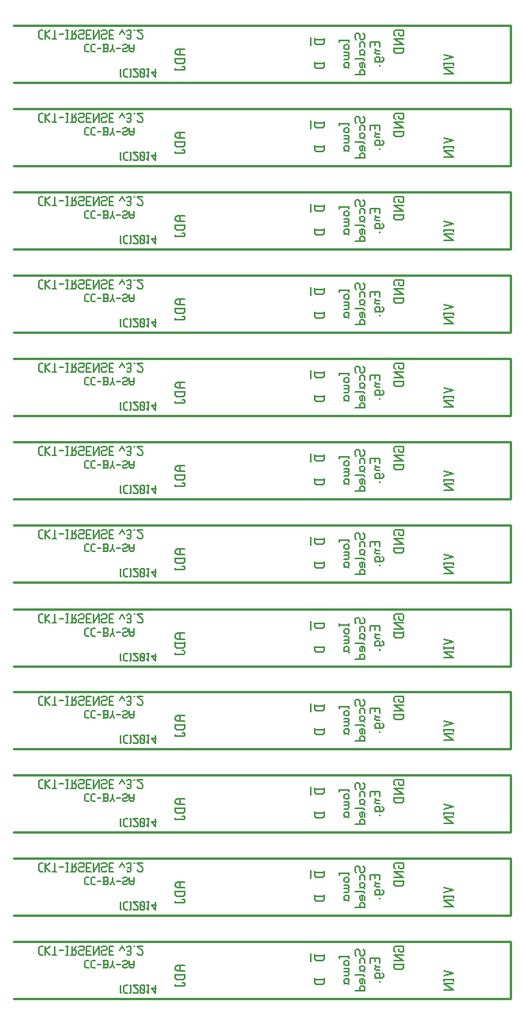
<source format=gbr>
G04 start of page 10 for group -4078 idx -4078 *
G04 Title: (unknown), bottomsilk *
G04 Creator: pcb 20110918 *
G04 CreationDate: Mon 02 Feb 2015 04:29:52 AM GMT UTC *
G04 For: railfan *
G04 Format: Gerber/RS-274X *
G04 PCB-Dimensions: 211000 411000 *
G04 PCB-Coordinate-Origin: lower left *
%MOIN*%
%FSLAX25Y25*%
%LNBOTTOMSILK*%
%ADD64C,0.0080*%
%ADD63C,0.0100*%
G54D63*X1000Y410000D02*X210000D01*
Y386000D02*X1000D01*
G54D64*X126000Y401500D02*Y405000D01*
G54D63*X1000Y375000D02*X210000D01*
Y351000D02*X1000D01*
G54D64*X126000Y366500D02*Y370000D01*
G54D63*X1000Y340000D02*X210000D01*
G54D64*X126000Y331500D02*Y335000D01*
G54D63*X210000Y410000D02*Y386000D01*
Y375000D02*Y351000D01*
Y340000D02*Y316000D01*
X1000D01*
Y305000D02*X210000D01*
G54D64*X126000Y296500D02*Y300000D01*
G54D63*X210000Y281000D02*X1000D01*
X210000Y305000D02*Y281000D01*
X1000Y270000D02*X210000D01*
Y246000D02*X1000D01*
X210000Y270000D02*Y246000D01*
G54D64*X126000Y261500D02*Y265000D01*
G54D63*X1000Y235000D02*X210000D01*
Y211000D02*X1000D01*
G54D64*X126000Y226500D02*Y230000D01*
G54D63*X1000Y200000D02*X210000D01*
Y176000D02*X1000D01*
G54D64*X126000Y191500D02*Y195000D01*
G54D63*X210000Y235000D02*Y211000D01*
Y200000D02*Y176000D01*
Y164500D02*Y140500D01*
X1000Y164500D02*X210000D01*
G54D64*X126000Y156000D02*Y159500D01*
G54D63*X210000Y140500D02*X1000D01*
Y130000D02*X210000D01*
G54D64*X126000Y121500D02*Y125000D01*
G54D63*X210000Y106000D02*X1000D01*
X210000Y130000D02*Y106000D01*
X1000Y95000D02*X210000D01*
Y71000D02*X1000D01*
X210000Y95000D02*Y71000D01*
G54D64*X126000Y86500D02*Y90000D01*
G54D63*X1000Y60000D02*X210000D01*
Y36000D02*X1000D01*
G54D64*X126000Y51500D02*Y55000D01*
G54D63*X1000Y25000D02*X210000D01*
Y1000D02*X1000D01*
G54D64*X126000Y16500D02*Y20000D01*
G54D63*X210000Y60000D02*Y36000D01*
Y25000D02*Y1000D01*
G54D64*X152800Y296500D02*Y298000D01*
X155000Y296000D02*Y298000D01*
X151000D02*X155000D01*
X151000Y296000D02*Y298000D01*
X153500Y294300D02*X155000D01*
X153500D02*X153000Y293800D01*
Y293300D02*Y293800D01*
Y293300D02*X153500Y292800D01*
X155000D01*
X153000Y294800D02*X153500Y294300D01*
X153000Y290100D02*X153500Y289600D01*
X153000Y290100D02*Y291100D01*
X153500Y291600D02*X153000Y291100D01*
X153500Y291600D02*X154500D01*
X155000Y291100D01*
Y290100D02*Y291100D01*
Y290100D02*X154500Y289600D01*
X156000Y291600D02*X156500Y291100D01*
Y290100D02*Y291100D01*
Y290100D02*X156000Y289600D01*
X153000D02*X156000D01*
X155000Y287900D02*Y288400D01*
X144500Y299500D02*X145000Y299000D01*
X144500Y299500D02*Y301000D01*
X145000Y301500D02*X144500Y301000D01*
X145000Y301500D02*X146000D01*
X146500Y301000D01*
Y299500D02*Y301000D01*
Y299500D02*X147000Y299000D01*
X148000D01*
X148500Y299500D02*X148000Y299000D01*
X148500Y299500D02*Y301000D01*
X148000Y301500D02*X148500Y301000D01*
X146500Y295800D02*Y297300D01*
X147000Y297800D02*X146500Y297300D01*
X147000Y297800D02*X148000D01*
X148500Y297300D01*
Y295800D02*Y297300D01*
X146500Y293100D02*X147000Y292600D01*
X146500Y293100D02*Y294100D01*
X147000Y294600D02*X146500Y294100D01*
X147000Y294600D02*X148000D01*
X148500Y294100D01*
X146500Y292600D02*X148000D01*
X148500Y292100D01*
Y293100D02*Y294100D01*
Y293100D02*X148000Y292600D01*
X144500Y290900D02*X148000D01*
X148500Y290400D01*
Y287400D02*Y288900D01*
X148000Y289400D02*X148500Y288900D01*
X147000Y289400D02*X148000D01*
X147000D02*X146500Y288900D01*
Y287900D02*Y288900D01*
Y287900D02*X147000Y287400D01*
X147500D02*Y289400D01*
X147000Y287400D02*X147500D01*
X144500Y284200D02*X148500D01*
Y284700D02*X148000Y284200D01*
X148500Y284700D02*Y285700D01*
X148000Y286200D02*X148500Y285700D01*
X147000Y286200D02*X148000D01*
X147000D02*X146500Y285700D01*
Y284700D02*Y285700D01*
Y284700D02*X147000Y284200D01*
X138000Y298000D02*Y299000D01*
Y298500D02*X142000D01*
Y298000D02*Y299000D01*
X140500Y296800D02*X141500D01*
X140500D02*X140000Y296300D01*
Y295300D02*Y296300D01*
Y295300D02*X140500Y294800D01*
X141500D01*
X142000Y295300D02*X141500Y294800D01*
X142000Y295300D02*Y296300D01*
X141500Y296800D02*X142000Y296300D01*
X140000Y293600D02*X141500D01*
X142000Y293100D01*
Y292600D02*Y293100D01*
Y292600D02*X141500Y292100D01*
X140000D02*X141500D01*
X142000Y291600D01*
Y291100D02*Y291600D01*
Y291100D02*X141500Y290600D01*
X140000D02*X141500D01*
X140000Y287900D02*X140500Y287400D01*
X140000Y287900D02*Y288900D01*
X140500Y289400D02*X140000Y288900D01*
X140500Y289400D02*X141500D01*
X142000Y288900D01*
X140000Y287400D02*X141500D01*
X142000Y286900D01*
Y287900D02*Y288900D01*
Y287900D02*X141500Y287400D01*
X161000Y301000D02*X161500Y300500D01*
X161000Y301000D02*Y302500D01*
X161500Y303000D02*X161000Y302500D01*
X161500Y303000D02*X164500D01*
X165000Y302500D01*
Y301000D02*Y302500D01*
Y301000D02*X164500Y300500D01*
X163500D02*X164500D01*
X163000Y301000D02*X163500Y300500D01*
X163000Y301000D02*Y302000D01*
X161000Y299300D02*X165000D01*
X161000D02*X165000Y296800D01*
X161000D02*X165000D01*
X161000Y295100D02*X165000D01*
X161000Y293800D02*X161700Y293100D01*
X164300D01*
X165000Y293800D02*X164300Y293100D01*
X165000Y293800D02*Y295600D01*
X161000Y293800D02*Y295600D01*
X182000Y292500D02*X186000Y291500D01*
X182000Y290500D01*
Y288300D02*Y289300D01*
Y288800D02*X186000D01*
Y288300D02*Y289300D01*
X182000Y287100D02*X186000D01*
X182000D02*X186000Y284600D01*
X182000D02*X186000D01*
X182000Y257500D02*X186000Y256500D01*
X182000Y255500D01*
Y253300D02*Y254300D01*
Y253800D02*X186000D01*
Y253300D02*Y254300D01*
X182000Y252100D02*X186000D01*
X182000D02*X186000Y249600D01*
X182000D02*X186000D01*
X182000Y222500D02*X186000Y221500D01*
X182000Y220500D01*
Y218300D02*Y219300D01*
Y218800D02*X186000D01*
Y218300D02*Y219300D01*
X182000Y217100D02*X186000D01*
X182000D02*X186000Y214600D01*
X182000D02*X186000D01*
X182000Y187500D02*X186000Y186500D01*
X182000Y185500D01*
Y183300D02*Y184300D01*
Y183800D02*X186000D01*
Y183300D02*Y184300D01*
X182000Y182100D02*X186000D01*
X182000D02*X186000Y179600D01*
X182000D02*X186000D01*
X152800Y261500D02*Y263000D01*
X155000Y261000D02*Y263000D01*
X151000D02*X155000D01*
X151000Y261000D02*Y263000D01*
X153500Y259300D02*X155000D01*
X153500D02*X153000Y258800D01*
Y258300D02*Y258800D01*
Y258300D02*X153500Y257800D01*
X155000D01*
X153000Y259800D02*X153500Y259300D01*
X153000Y255100D02*X153500Y254600D01*
X153000Y255100D02*Y256100D01*
X153500Y256600D02*X153000Y256100D01*
X153500Y256600D02*X154500D01*
X155000Y256100D01*
Y255100D02*Y256100D01*
Y255100D02*X154500Y254600D01*
X156000Y256600D02*X156500Y256100D01*
Y255100D02*Y256100D01*
Y255100D02*X156000Y254600D01*
X153000D02*X156000D01*
X155000Y252900D02*Y253400D01*
X144500Y264500D02*X145000Y264000D01*
X144500Y264500D02*Y266000D01*
X145000Y266500D02*X144500Y266000D01*
X145000Y266500D02*X146000D01*
X146500Y266000D01*
Y264500D02*Y266000D01*
Y264500D02*X147000Y264000D01*
X148000D01*
X148500Y264500D02*X148000Y264000D01*
X148500Y264500D02*Y266000D01*
X148000Y266500D02*X148500Y266000D01*
X146500Y260800D02*Y262300D01*
X147000Y262800D02*X146500Y262300D01*
X147000Y262800D02*X148000D01*
X148500Y262300D01*
Y260800D02*Y262300D01*
X146500Y258100D02*X147000Y257600D01*
X146500Y258100D02*Y259100D01*
X147000Y259600D02*X146500Y259100D01*
X147000Y259600D02*X148000D01*
X148500Y259100D01*
X146500Y257600D02*X148000D01*
X148500Y257100D01*
Y258100D02*Y259100D01*
Y258100D02*X148000Y257600D01*
X144500Y255900D02*X148000D01*
X148500Y255400D01*
Y252400D02*Y253900D01*
X148000Y254400D02*X148500Y253900D01*
X147000Y254400D02*X148000D01*
X147000D02*X146500Y253900D01*
Y252900D02*Y253900D01*
Y252900D02*X147000Y252400D01*
X147500D02*Y254400D01*
X147000Y252400D02*X147500D01*
X144500Y249200D02*X148500D01*
Y249700D02*X148000Y249200D01*
X148500Y249700D02*Y250700D01*
X148000Y251200D02*X148500Y250700D01*
X147000Y251200D02*X148000D01*
X147000D02*X146500Y250700D01*
Y249700D02*Y250700D01*
Y249700D02*X147000Y249200D01*
X138000Y263000D02*Y264000D01*
Y263500D02*X142000D01*
Y263000D02*Y264000D01*
X140500Y261800D02*X141500D01*
X140500D02*X140000Y261300D01*
Y260300D02*Y261300D01*
Y260300D02*X140500Y259800D01*
X141500D01*
X142000Y260300D02*X141500Y259800D01*
X142000Y260300D02*Y261300D01*
X141500Y261800D02*X142000Y261300D01*
X140000Y258600D02*X141500D01*
X142000Y258100D01*
Y257600D02*Y258100D01*
Y257600D02*X141500Y257100D01*
X140000D02*X141500D01*
X142000Y256600D01*
Y256100D02*Y256600D01*
Y256100D02*X141500Y255600D01*
X140000D02*X141500D01*
X140000Y252900D02*X140500Y252400D01*
X140000Y252900D02*Y253900D01*
X140500Y254400D02*X140000Y253900D01*
X140500Y254400D02*X141500D01*
X142000Y253900D01*
X140000Y252400D02*X141500D01*
X142000Y251900D01*
Y252900D02*Y253900D01*
Y252900D02*X141500Y252400D01*
X127500Y264000D02*X131500D01*
X127500Y262700D02*X128200Y262000D01*
X130800D01*
X131500Y262700D02*X130800Y262000D01*
X131500Y262700D02*Y264500D01*
X127500Y262700D02*Y264500D01*
Y254000D02*X131500D01*
X127500Y252700D02*X128200Y252000D01*
X130800D01*
X131500Y252700D02*X130800Y252000D01*
X131500Y252700D02*Y254500D01*
X127500Y252700D02*Y254500D01*
X161000Y266000D02*X161500Y265500D01*
X161000Y266000D02*Y267500D01*
X161500Y268000D02*X161000Y267500D01*
X161500Y268000D02*X164500D01*
X165000Y267500D01*
Y266000D02*Y267500D01*
Y266000D02*X164500Y265500D01*
X163500D02*X164500D01*
X163000Y266000D02*X163500Y265500D01*
X163000Y266000D02*Y267000D01*
X161000Y264300D02*X165000D01*
X161000D02*X165000Y261800D01*
X161000D02*X165000D01*
X161000Y260100D02*X165000D01*
X161000Y258800D02*X161700Y258100D01*
X164300D01*
X165000Y258800D02*X164300Y258100D01*
X165000Y258800D02*Y260600D01*
X161000Y258800D02*Y260600D01*
X31560Y332000D02*X32600D01*
X31000Y331440D02*X31560Y332000D01*
X31000Y329360D02*Y331440D01*
Y329360D02*X31560Y328800D01*
X32600D01*
X34120Y332000D02*X35160D01*
X33560Y331440D02*X34120Y332000D01*
X33560Y329360D02*Y331440D01*
Y329360D02*X34120Y328800D01*
X35160D01*
X36120Y330400D02*X37720D01*
X38680Y332000D02*X40280D01*
X40680Y331600D01*
Y330640D02*Y331600D01*
X40280Y330240D02*X40680Y330640D01*
X39080Y330240D02*X40280D01*
X39080Y328800D02*Y332000D01*
X38680Y328800D02*X40280D01*
X40680Y329200D01*
Y329840D01*
X40280Y330240D02*X40680Y329840D01*
X41640Y328800D02*X42440Y330400D01*
X43240Y328800D01*
X42440Y330400D02*Y332000D01*
X44200Y330400D02*X45800D01*
X48360Y328800D02*X48760Y329200D01*
X47160Y328800D02*X48360D01*
X46760Y329200D02*X47160Y328800D01*
X46760Y329200D02*Y330000D01*
X47160Y330400D01*
X48360D01*
X48760Y330800D01*
Y331600D01*
X48360Y332000D02*X48760Y331600D01*
X47160Y332000D02*X48360D01*
X46760Y331600D02*X47160Y332000D01*
X49720Y329600D02*Y332000D01*
Y329600D02*X50280Y328800D01*
X51160D01*
X51720Y329600D01*
Y332000D01*
X49720Y330400D02*X51720D01*
X31560Y297000D02*X32600D01*
X31000Y296440D02*X31560Y297000D01*
X31000Y294360D02*Y296440D01*
Y294360D02*X31560Y293800D01*
X32600D01*
X34120Y297000D02*X35160D01*
X33560Y296440D02*X34120Y297000D01*
X33560Y294360D02*Y296440D01*
Y294360D02*X34120Y293800D01*
X35160D01*
X36120Y295400D02*X37720D01*
X38680Y297000D02*X40280D01*
X40680Y296600D01*
Y295640D02*Y296600D01*
X40280Y295240D02*X40680Y295640D01*
X39080Y295240D02*X40280D01*
X39080Y293800D02*Y297000D01*
X38680Y293800D02*X40280D01*
X40680Y294200D01*
Y294840D01*
X40280Y295240D02*X40680Y294840D01*
X41640Y293800D02*X42440Y295400D01*
X43240Y293800D01*
X42440Y295400D02*Y297000D01*
X44200Y295400D02*X45800D01*
X48360Y293800D02*X48760Y294200D01*
X47160Y293800D02*X48360D01*
X46760Y294200D02*X47160Y293800D01*
X46760Y294200D02*Y295000D01*
X47160Y295400D01*
X48360D01*
X48760Y295800D01*
Y296600D01*
X48360Y297000D02*X48760Y296600D01*
X47160Y297000D02*X48360D01*
X46760Y296600D02*X47160Y297000D01*
X49720Y294600D02*Y297000D01*
Y294600D02*X50280Y293800D01*
X51160D01*
X51720Y294600D01*
Y297000D01*
X49720Y295400D02*X51720D01*
X12130Y303000D02*X13300D01*
X11500Y302370D02*X12130Y303000D01*
X11500Y300030D02*Y302370D01*
Y300030D02*X12130Y299400D01*
X13300D01*
X14380D02*Y303000D01*
Y301200D02*X16180Y299400D01*
X14380Y301200D02*X16180Y303000D01*
X17260Y299400D02*X19060D01*
X18160D02*Y303000D01*
X20140Y301200D02*X21940D01*
X23020Y299400D02*X23920D01*
X23470D02*Y303000D01*
X23020D02*X23920D01*
X25000Y299400D02*X26800D01*
X27250Y299850D01*
Y300750D01*
X26800Y301200D02*X27250Y300750D01*
X25450Y301200D02*X26800D01*
X25450Y299400D02*Y303000D01*
X26170Y301200D02*X27250Y303000D01*
X30130Y299400D02*X30580Y299850D01*
X28780Y299400D02*X30130D01*
X28330Y299850D02*X28780Y299400D01*
X28330Y299850D02*Y300750D01*
X28780Y301200D01*
X30130D01*
X30580Y301650D01*
Y302550D01*
X30130Y303000D02*X30580Y302550D01*
X28780Y303000D02*X30130D01*
X28330Y302550D02*X28780Y303000D01*
X31660Y301020D02*X33010D01*
X31660Y303000D02*X33460D01*
X31660Y299400D02*Y303000D01*
Y299400D02*X33460D01*
X34540D02*Y303000D01*
Y299400D02*X36790Y303000D01*
Y299400D02*Y303000D01*
X39670Y299400D02*X40120Y299850D01*
X38320Y299400D02*X39670D01*
X37870Y299850D02*X38320Y299400D01*
X37870Y299850D02*Y300750D01*
X38320Y301200D01*
X39670D01*
X40120Y301650D01*
Y302550D01*
X39670Y303000D02*X40120Y302550D01*
X38320Y303000D02*X39670D01*
X37870Y302550D02*X38320Y303000D01*
X41200Y301020D02*X42550D01*
X41200Y303000D02*X43000D01*
X41200Y299400D02*Y303000D01*
Y299400D02*X43000D01*
X45700Y301200D02*X46600Y303000D01*
X47500Y301200D02*X46600Y303000D01*
X48580Y299850D02*X49030Y299400D01*
X49930D01*
X50380Y299850D01*
X49930Y303000D02*X50380Y302550D01*
X49030Y303000D02*X49930D01*
X48580Y302550D02*X49030Y303000D01*
Y301020D02*X49930D01*
X50380Y299850D02*Y300570D01*
Y301470D02*Y302550D01*
Y301470D02*X49930Y301020D01*
X50380Y300570D02*X49930Y301020D01*
X51460Y303000D02*X51910D01*
X52990Y299850D02*X53440Y299400D01*
X54790D01*
X55240Y299850D01*
Y300750D01*
X52990Y303000D02*X55240Y300750D01*
X52990Y303000D02*X55240D01*
X12130Y268000D02*X13300D01*
X11500Y267370D02*X12130Y268000D01*
X11500Y265030D02*Y267370D01*
Y265030D02*X12130Y264400D01*
X13300D01*
X14380D02*Y268000D01*
Y266200D02*X16180Y264400D01*
X14380Y266200D02*X16180Y268000D01*
X17260Y264400D02*X19060D01*
X18160D02*Y268000D01*
X20140Y266200D02*X21940D01*
X23020Y264400D02*X23920D01*
X23470D02*Y268000D01*
X23020D02*X23920D01*
X25000Y264400D02*X26800D01*
X27250Y264850D01*
Y265750D01*
X26800Y266200D02*X27250Y265750D01*
X25450Y266200D02*X26800D01*
X25450Y264400D02*Y268000D01*
X26170Y266200D02*X27250Y268000D01*
X30130Y264400D02*X30580Y264850D01*
X28780Y264400D02*X30130D01*
X28330Y264850D02*X28780Y264400D01*
X28330Y264850D02*Y265750D01*
X28780Y266200D01*
X30130D01*
X30580Y266650D01*
Y267550D01*
X30130Y268000D02*X30580Y267550D01*
X28780Y268000D02*X30130D01*
X28330Y267550D02*X28780Y268000D01*
X31660Y266020D02*X33010D01*
X31660Y268000D02*X33460D01*
X31660Y264400D02*Y268000D01*
Y264400D02*X33460D01*
X34540D02*Y268000D01*
Y264400D02*X36790Y268000D01*
Y264400D02*Y268000D01*
X39670Y264400D02*X40120Y264850D01*
X38320Y264400D02*X39670D01*
X37870Y264850D02*X38320Y264400D01*
X37870Y264850D02*Y265750D01*
X38320Y266200D01*
X39670D01*
X40120Y266650D01*
Y267550D01*
X39670Y268000D02*X40120Y267550D01*
X38320Y268000D02*X39670D01*
X37870Y267550D02*X38320Y268000D01*
X41200Y266020D02*X42550D01*
X41200Y268000D02*X43000D01*
X41200Y264400D02*Y268000D01*
Y264400D02*X43000D01*
X45700Y266200D02*X46600Y268000D01*
X47500Y266200D02*X46600Y268000D01*
X48580Y264850D02*X49030Y264400D01*
X49930D01*
X50380Y264850D01*
X49930Y268000D02*X50380Y267550D01*
X49030Y268000D02*X49930D01*
X48580Y267550D02*X49030Y268000D01*
Y266020D02*X49930D01*
X50380Y264850D02*Y265570D01*
Y266470D02*Y267550D01*
Y266470D02*X49930Y266020D01*
X50380Y265570D02*X49930Y266020D01*
X51460Y268000D02*X51910D01*
X52990Y264850D02*X53440Y264400D01*
X54790D01*
X55240Y264850D01*
Y265750D01*
X52990Y268000D02*X55240Y265750D01*
X52990Y268000D02*X55240D01*
X12130Y233000D02*X13300D01*
X11500Y232370D02*X12130Y233000D01*
X11500Y230030D02*Y232370D01*
Y230030D02*X12130Y229400D01*
X13300D01*
X14380D02*Y233000D01*
Y231200D02*X16180Y229400D01*
X14380Y231200D02*X16180Y233000D01*
X17260Y229400D02*X19060D01*
X18160D02*Y233000D01*
X20140Y231200D02*X21940D01*
X23020Y229400D02*X23920D01*
X23470D02*Y233000D01*
X23020D02*X23920D01*
X25000Y229400D02*X26800D01*
X27250Y229850D01*
Y230750D01*
X26800Y231200D02*X27250Y230750D01*
X25450Y231200D02*X26800D01*
X25450Y229400D02*Y233000D01*
X26170Y231200D02*X27250Y233000D01*
X30130Y229400D02*X30580Y229850D01*
X28780Y229400D02*X30130D01*
X28330Y229850D02*X28780Y229400D01*
X28330Y229850D02*Y230750D01*
X28780Y231200D01*
X30130D01*
X30580Y231650D01*
Y232550D01*
X30130Y233000D02*X30580Y232550D01*
X28780Y233000D02*X30130D01*
X28330Y232550D02*X28780Y233000D01*
X31660Y231020D02*X33010D01*
X31660Y233000D02*X33460D01*
X31660Y229400D02*Y233000D01*
Y229400D02*X33460D01*
X34540D02*Y233000D01*
Y229400D02*X36790Y233000D01*
Y229400D02*Y233000D01*
X39670Y229400D02*X40120Y229850D01*
X38320Y229400D02*X39670D01*
X37870Y229850D02*X38320Y229400D01*
X37870Y229850D02*Y230750D01*
X38320Y231200D01*
X39670D01*
X40120Y231650D01*
Y232550D01*
X39670Y233000D02*X40120Y232550D01*
X38320Y233000D02*X39670D01*
X37870Y232550D02*X38320Y233000D01*
X41200Y231020D02*X42550D01*
X41200Y233000D02*X43000D01*
X41200Y229400D02*Y233000D01*
Y229400D02*X43000D01*
X45700Y231200D02*X46600Y233000D01*
X47500Y231200D02*X46600Y233000D01*
X48580Y229850D02*X49030Y229400D01*
X49930D01*
X50380Y229850D01*
X49930Y233000D02*X50380Y232550D01*
X49030Y233000D02*X49930D01*
X48580Y232550D02*X49030Y233000D01*
Y231020D02*X49930D01*
X50380Y229850D02*Y230570D01*
Y231470D02*Y232550D01*
Y231470D02*X49930Y231020D01*
X50380Y230570D02*X49930Y231020D01*
X51460Y233000D02*X51910D01*
X52990Y229850D02*X53440Y229400D01*
X54790D01*
X55240Y229850D01*
Y230750D01*
X52990Y233000D02*X55240Y230750D01*
X52990Y233000D02*X55240D01*
X46000Y321100D02*X46400Y321500D01*
X46000Y318700D02*X46400Y318300D01*
X46000Y318700D02*Y321100D01*
X47920Y321500D02*X48960D01*
X47360Y320940D02*X47920Y321500D01*
X47360Y318860D02*Y320940D01*
Y318860D02*X47920Y318300D01*
X48960D01*
X49920D02*X50320Y318700D01*
Y321100D01*
X49920Y321500D02*X50320Y321100D01*
X51280Y318700D02*X51680Y318300D01*
X52880D01*
X53280Y318700D01*
Y319500D01*
X51280Y321500D02*X53280Y319500D01*
X51280Y321500D02*X53280D01*
X54240Y321100D02*X54640Y321500D01*
X54240Y318700D02*Y321100D01*
Y318700D02*X54640Y318300D01*
X55440D01*
X55840Y318700D01*
Y321100D01*
X55440Y321500D02*X55840Y321100D01*
X54640Y321500D02*X55440D01*
X54240Y320700D02*X55840Y319100D01*
X56800Y318940D02*X57440Y318300D01*
Y321500D01*
X56800D02*X58000D01*
X58960Y320300D02*X60560Y318300D01*
X58960Y320300D02*X60960D01*
X60560Y318300D02*Y321500D01*
X46000Y286100D02*X46400Y286500D01*
X46000Y283700D02*X46400Y283300D01*
X46000Y283700D02*Y286100D01*
X47920Y286500D02*X48960D01*
X47360Y285940D02*X47920Y286500D01*
X47360Y283860D02*Y285940D01*
Y283860D02*X47920Y283300D01*
X48960D01*
X49920D02*X50320Y283700D01*
Y286100D01*
X49920Y286500D02*X50320Y286100D01*
X51280Y283700D02*X51680Y283300D01*
X52880D01*
X53280Y283700D01*
Y284500D01*
X51280Y286500D02*X53280Y284500D01*
X51280Y286500D02*X53280D01*
X54240Y286100D02*X54640Y286500D01*
X54240Y283700D02*Y286100D01*
Y283700D02*X54640Y283300D01*
X55440D01*
X55840Y283700D01*
Y286100D01*
X55440Y286500D02*X55840Y286100D01*
X54640Y286500D02*X55440D01*
X54240Y285700D02*X55840Y284100D01*
X56800Y283940D02*X57440Y283300D01*
Y286500D01*
X56800D02*X58000D01*
X58960Y285300D02*X60560Y283300D01*
X58960Y285300D02*X60960D01*
X60560Y283300D02*Y286500D01*
X70000Y330000D02*X73000D01*
X70000D02*X69000Y329300D01*
Y328200D02*Y329300D01*
Y328200D02*X70000Y327500D01*
X73000D01*
X71000D02*Y330000D01*
X69000Y325800D02*X73000D01*
X69000Y324500D02*X69700Y323800D01*
X72300D01*
X73000Y324500D02*X72300Y323800D01*
X73000Y324500D02*Y326300D01*
X69000Y324500D02*Y326300D01*
Y321100D02*Y321900D01*
Y321100D02*X72500D01*
X73000Y321600D02*X72500Y321100D01*
X73000Y321600D02*Y322100D01*
X72500Y322600D02*X73000Y322100D01*
X72000Y322600D02*X72500D01*
X70000Y295000D02*X73000D01*
X70000D02*X69000Y294300D01*
Y293200D02*Y294300D01*
Y293200D02*X70000Y292500D01*
X73000D01*
X71000D02*Y295000D01*
X69000Y290800D02*X73000D01*
X69000Y289500D02*X69700Y288800D01*
X72300D01*
X73000Y289500D02*X72300Y288800D01*
X73000Y289500D02*Y291300D01*
X69000Y289500D02*Y291300D01*
Y286100D02*Y286900D01*
Y286100D02*X72500D01*
X73000Y286600D02*X72500Y286100D01*
X73000Y286600D02*Y287100D01*
X72500Y287600D02*X73000Y287100D01*
X72000Y287600D02*X72500D01*
X70000Y260000D02*X73000D01*
X70000D02*X69000Y259300D01*
Y258200D02*Y259300D01*
Y258200D02*X70000Y257500D01*
X73000D01*
X71000D02*Y260000D01*
X69000Y255800D02*X73000D01*
X69000Y254500D02*X69700Y253800D01*
X72300D01*
X73000Y254500D02*X72300Y253800D01*
X73000Y254500D02*Y256300D01*
X69000Y254500D02*Y256300D01*
Y251100D02*Y251900D01*
Y251100D02*X72500D01*
X73000Y251600D02*X72500Y251100D01*
X73000Y251600D02*Y252100D01*
X72500Y252600D02*X73000Y252100D01*
X72000Y252600D02*X72500D01*
X70000Y225000D02*X73000D01*
X70000D02*X69000Y224300D01*
Y223200D02*Y224300D01*
Y223200D02*X70000Y222500D01*
X73000D01*
X71000D02*Y225000D01*
X69000Y220800D02*X73000D01*
X69000Y219500D02*X69700Y218800D01*
X72300D01*
X73000Y219500D02*X72300Y218800D01*
X73000Y219500D02*Y221300D01*
X69000Y219500D02*Y221300D01*
Y216100D02*Y216900D01*
Y216100D02*X72500D01*
X73000Y216600D02*X72500Y216100D01*
X73000Y216600D02*Y217100D01*
X72500Y217600D02*X73000Y217100D01*
X72000Y217600D02*X72500D01*
X70000Y190000D02*X73000D01*
X70000D02*X69000Y189300D01*
Y188200D02*Y189300D01*
Y188200D02*X70000Y187500D01*
X73000D01*
X71000D02*Y190000D01*
X69000Y185800D02*X73000D01*
X69000Y184500D02*X69700Y183800D01*
X72300D01*
X73000Y184500D02*X72300Y183800D01*
X73000Y184500D02*Y186300D01*
X69000Y184500D02*Y186300D01*
Y181100D02*Y181900D01*
Y181100D02*X72500D01*
X73000Y181600D02*X72500Y181100D01*
X73000Y181600D02*Y182100D01*
X72500Y182600D02*X73000Y182100D01*
X72000Y182600D02*X72500D01*
X70000Y154500D02*X73000D01*
X70000D02*X69000Y153800D01*
Y152700D02*Y153800D01*
Y152700D02*X70000Y152000D01*
X73000D01*
X71000D02*Y154500D01*
X69000Y150300D02*X73000D01*
X69000Y149000D02*X69700Y148300D01*
X72300D01*
X73000Y149000D02*X72300Y148300D01*
X73000Y149000D02*Y150800D01*
X69000Y149000D02*Y150800D01*
Y145600D02*Y146400D01*
Y145600D02*X72500D01*
X73000Y146100D02*X72500Y145600D01*
X73000Y146100D02*Y146600D01*
X72500Y147100D02*X73000Y146600D01*
X72000Y147100D02*X72500D01*
X31560Y262000D02*X32600D01*
X31000Y261440D02*X31560Y262000D01*
X31000Y259360D02*Y261440D01*
Y259360D02*X31560Y258800D01*
X32600D01*
X34120Y262000D02*X35160D01*
X33560Y261440D02*X34120Y262000D01*
X33560Y259360D02*Y261440D01*
Y259360D02*X34120Y258800D01*
X35160D01*
X36120Y260400D02*X37720D01*
X38680Y262000D02*X40280D01*
X40680Y261600D01*
Y260640D02*Y261600D01*
X40280Y260240D02*X40680Y260640D01*
X39080Y260240D02*X40280D01*
X39080Y258800D02*Y262000D01*
X38680Y258800D02*X40280D01*
X40680Y259200D01*
Y259840D01*
X40280Y260240D02*X40680Y259840D01*
X41640Y258800D02*X42440Y260400D01*
X43240Y258800D01*
X42440Y260400D02*Y262000D01*
X44200Y260400D02*X45800D01*
X48360Y258800D02*X48760Y259200D01*
X47160Y258800D02*X48360D01*
X46760Y259200D02*X47160Y258800D01*
X46760Y259200D02*Y260000D01*
X47160Y260400D01*
X48360D01*
X48760Y260800D01*
Y261600D01*
X48360Y262000D02*X48760Y261600D01*
X47160Y262000D02*X48360D01*
X46760Y261600D02*X47160Y262000D01*
X49720Y259600D02*Y262000D01*
Y259600D02*X50280Y258800D01*
X51160D01*
X51720Y259600D01*
Y262000D01*
X49720Y260400D02*X51720D01*
X46000Y251100D02*X46400Y251500D01*
X46000Y248700D02*X46400Y248300D01*
X46000Y248700D02*Y251100D01*
X47920Y251500D02*X48960D01*
X47360Y250940D02*X47920Y251500D01*
X47360Y248860D02*Y250940D01*
Y248860D02*X47920Y248300D01*
X48960D01*
X49920D02*X50320Y248700D01*
Y251100D01*
X49920Y251500D02*X50320Y251100D01*
X51280Y248700D02*X51680Y248300D01*
X52880D01*
X53280Y248700D01*
Y249500D01*
X51280Y251500D02*X53280Y249500D01*
X51280Y251500D02*X53280D01*
X54240Y251100D02*X54640Y251500D01*
X54240Y248700D02*Y251100D01*
Y248700D02*X54640Y248300D01*
X55440D01*
X55840Y248700D01*
Y251100D01*
X55440Y251500D02*X55840Y251100D01*
X54640Y251500D02*X55440D01*
X54240Y250700D02*X55840Y249100D01*
X56800Y248940D02*X57440Y248300D01*
Y251500D01*
X56800D02*X58000D01*
X58960Y250300D02*X60560Y248300D01*
X58960Y250300D02*X60960D01*
X60560Y248300D02*Y251500D01*
X31560Y227000D02*X32600D01*
X31000Y226440D02*X31560Y227000D01*
X31000Y224360D02*Y226440D01*
Y224360D02*X31560Y223800D01*
X32600D01*
X34120Y227000D02*X35160D01*
X33560Y226440D02*X34120Y227000D01*
X33560Y224360D02*Y226440D01*
Y224360D02*X34120Y223800D01*
X35160D01*
X36120Y225400D02*X37720D01*
X38680Y227000D02*X40280D01*
X40680Y226600D01*
Y225640D02*Y226600D01*
X40280Y225240D02*X40680Y225640D01*
X39080Y225240D02*X40280D01*
X39080Y223800D02*Y227000D01*
X38680Y223800D02*X40280D01*
X40680Y224200D01*
Y224840D01*
X40280Y225240D02*X40680Y224840D01*
X41640Y223800D02*X42440Y225400D01*
X43240Y223800D01*
X42440Y225400D02*Y227000D01*
X44200Y225400D02*X45800D01*
X48360Y223800D02*X48760Y224200D01*
X47160Y223800D02*X48360D01*
X46760Y224200D02*X47160Y223800D01*
X46760Y224200D02*Y225000D01*
X47160Y225400D01*
X48360D01*
X48760Y225800D01*
Y226600D01*
X48360Y227000D02*X48760Y226600D01*
X47160Y227000D02*X48360D01*
X46760Y226600D02*X47160Y227000D01*
X49720Y224600D02*Y227000D01*
Y224600D02*X50280Y223800D01*
X51160D01*
X51720Y224600D01*
Y227000D01*
X49720Y225400D02*X51720D01*
X46000Y216100D02*X46400Y216500D01*
X46000Y213700D02*X46400Y213300D01*
X46000Y213700D02*Y216100D01*
X47920Y216500D02*X48960D01*
X47360Y215940D02*X47920Y216500D01*
X47360Y213860D02*Y215940D01*
Y213860D02*X47920Y213300D01*
X48960D01*
X49920D02*X50320Y213700D01*
Y216100D01*
X49920Y216500D02*X50320Y216100D01*
X51280Y213700D02*X51680Y213300D01*
X52880D01*
X53280Y213700D01*
Y214500D01*
X51280Y216500D02*X53280Y214500D01*
X51280Y216500D02*X53280D01*
X54240Y216100D02*X54640Y216500D01*
X54240Y213700D02*Y216100D01*
Y213700D02*X54640Y213300D01*
X55440D01*
X55840Y213700D01*
Y216100D01*
X55440Y216500D02*X55840Y216100D01*
X54640Y216500D02*X55440D01*
X54240Y215700D02*X55840Y214100D01*
X56800Y213940D02*X57440Y213300D01*
Y216500D01*
X56800D02*X58000D01*
X58960Y215300D02*X60560Y213300D01*
X58960Y215300D02*X60960D01*
X60560Y213300D02*Y216500D01*
X31560Y192000D02*X32600D01*
X31000Y191440D02*X31560Y192000D01*
X31000Y189360D02*Y191440D01*
Y189360D02*X31560Y188800D01*
X32600D01*
X34120Y192000D02*X35160D01*
X33560Y191440D02*X34120Y192000D01*
X33560Y189360D02*Y191440D01*
Y189360D02*X34120Y188800D01*
X35160D01*
X36120Y190400D02*X37720D01*
X38680Y192000D02*X40280D01*
X40680Y191600D01*
Y190640D02*Y191600D01*
X40280Y190240D02*X40680Y190640D01*
X39080Y190240D02*X40280D01*
X39080Y188800D02*Y192000D01*
X38680Y188800D02*X40280D01*
X40680Y189200D01*
Y189840D01*
X40280Y190240D02*X40680Y189840D01*
X41640Y188800D02*X42440Y190400D01*
X43240Y188800D01*
X42440Y190400D02*Y192000D01*
X44200Y190400D02*X45800D01*
X48360Y188800D02*X48760Y189200D01*
X47160Y188800D02*X48360D01*
X46760Y189200D02*X47160Y188800D01*
X46760Y189200D02*Y190000D01*
X47160Y190400D01*
X48360D01*
X48760Y190800D01*
Y191600D01*
X48360Y192000D02*X48760Y191600D01*
X47160Y192000D02*X48360D01*
X46760Y191600D02*X47160Y192000D01*
X49720Y189600D02*Y192000D01*
Y189600D02*X50280Y188800D01*
X51160D01*
X51720Y189600D01*
Y192000D01*
X49720Y190400D02*X51720D01*
X152800Y226500D02*Y228000D01*
X155000Y226000D02*Y228000D01*
X151000D02*X155000D01*
X151000Y226000D02*Y228000D01*
X153500Y224300D02*X155000D01*
X153500D02*X153000Y223800D01*
Y223300D02*Y223800D01*
Y223300D02*X153500Y222800D01*
X155000D01*
X153000Y224800D02*X153500Y224300D01*
X153000Y220100D02*X153500Y219600D01*
X153000Y220100D02*Y221100D01*
X153500Y221600D02*X153000Y221100D01*
X153500Y221600D02*X154500D01*
X155000Y221100D01*
Y220100D02*Y221100D01*
Y220100D02*X154500Y219600D01*
X156000Y221600D02*X156500Y221100D01*
Y220100D02*Y221100D01*
Y220100D02*X156000Y219600D01*
X153000D02*X156000D01*
X155000Y217900D02*Y218400D01*
X161000Y231000D02*X161500Y230500D01*
X161000Y231000D02*Y232500D01*
X161500Y233000D02*X161000Y232500D01*
X161500Y233000D02*X164500D01*
X165000Y232500D01*
Y231000D02*Y232500D01*
Y231000D02*X164500Y230500D01*
X163500D02*X164500D01*
X163000Y231000D02*X163500Y230500D01*
X163000Y231000D02*Y232000D01*
X161000Y229300D02*X165000D01*
X161000D02*X165000Y226800D01*
X161000D02*X165000D01*
X161000Y225100D02*X165000D01*
X161000Y223800D02*X161700Y223100D01*
X164300D01*
X165000Y223800D02*X164300Y223100D01*
X165000Y223800D02*Y225600D01*
X161000Y223800D02*Y225600D01*
X152800Y191500D02*Y193000D01*
X155000Y191000D02*Y193000D01*
X151000D02*X155000D01*
X151000Y191000D02*Y193000D01*
X153500Y189300D02*X155000D01*
X153500D02*X153000Y188800D01*
Y188300D02*Y188800D01*
Y188300D02*X153500Y187800D01*
X155000D01*
X153000Y189800D02*X153500Y189300D01*
X153000Y185100D02*X153500Y184600D01*
X153000Y185100D02*Y186100D01*
X153500Y186600D02*X153000Y186100D01*
X153500Y186600D02*X154500D01*
X155000Y186100D01*
Y185100D02*Y186100D01*
Y185100D02*X154500Y184600D01*
X156000Y186600D02*X156500Y186100D01*
Y185100D02*Y186100D01*
Y185100D02*X156000Y184600D01*
X153000D02*X156000D01*
X155000Y182900D02*Y183400D01*
X161000Y196000D02*X161500Y195500D01*
X161000Y196000D02*Y197500D01*
X161500Y198000D02*X161000Y197500D01*
X161500Y198000D02*X164500D01*
X165000Y197500D01*
Y196000D02*Y197500D01*
Y196000D02*X164500Y195500D01*
X163500D02*X164500D01*
X163000Y196000D02*X163500Y195500D01*
X163000Y196000D02*Y197000D01*
X161000Y194300D02*X165000D01*
X161000D02*X165000Y191800D01*
X161000D02*X165000D01*
X161000Y190100D02*X165000D01*
X161000Y188800D02*X161700Y188100D01*
X164300D01*
X165000Y188800D02*X164300Y188100D01*
X165000Y188800D02*Y190600D01*
X161000Y188800D02*Y190600D01*
X152800Y156000D02*Y157500D01*
X155000Y155500D02*Y157500D01*
X151000D02*X155000D01*
X151000Y155500D02*Y157500D01*
X153500Y153800D02*X155000D01*
X153500D02*X153000Y153300D01*
Y152800D02*Y153300D01*
Y152800D02*X153500Y152300D01*
X155000D01*
X153000Y154300D02*X153500Y153800D01*
X153000Y149600D02*X153500Y149100D01*
X153000Y149600D02*Y150600D01*
X153500Y151100D02*X153000Y150600D01*
X153500Y151100D02*X154500D01*
X155000Y150600D01*
Y149600D02*Y150600D01*
Y149600D02*X154500Y149100D01*
X156000Y151100D02*X156500Y150600D01*
Y149600D02*Y150600D01*
Y149600D02*X156000Y149100D01*
X153000D02*X156000D01*
X155000Y147400D02*Y147900D01*
X161000Y160500D02*X161500Y160000D01*
X161000Y160500D02*Y162000D01*
X161500Y162500D02*X161000Y162000D01*
X161500Y162500D02*X164500D01*
X165000Y162000D01*
Y160500D02*Y162000D01*
Y160500D02*X164500Y160000D01*
X163500D02*X164500D01*
X163000Y160500D02*X163500Y160000D01*
X163000Y160500D02*Y161500D01*
X161000Y158800D02*X165000D01*
X161000D02*X165000Y156300D01*
X161000D02*X165000D01*
X161000Y154600D02*X165000D01*
X161000Y153300D02*X161700Y152600D01*
X164300D01*
X165000Y153300D02*X164300Y152600D01*
X165000Y153300D02*Y155100D01*
X161000Y153300D02*Y155100D01*
X144500Y229500D02*X145000Y229000D01*
X144500Y229500D02*Y231000D01*
X145000Y231500D02*X144500Y231000D01*
X145000Y231500D02*X146000D01*
X146500Y231000D01*
Y229500D02*Y231000D01*
Y229500D02*X147000Y229000D01*
X148000D01*
X148500Y229500D02*X148000Y229000D01*
X148500Y229500D02*Y231000D01*
X148000Y231500D02*X148500Y231000D01*
X146500Y225800D02*Y227300D01*
X147000Y227800D02*X146500Y227300D01*
X147000Y227800D02*X148000D01*
X148500Y227300D01*
Y225800D02*Y227300D01*
X146500Y223100D02*X147000Y222600D01*
X146500Y223100D02*Y224100D01*
X147000Y224600D02*X146500Y224100D01*
X147000Y224600D02*X148000D01*
X148500Y224100D01*
X146500Y222600D02*X148000D01*
X148500Y222100D01*
Y223100D02*Y224100D01*
Y223100D02*X148000Y222600D01*
X144500Y220900D02*X148000D01*
X148500Y220400D01*
Y217400D02*Y218900D01*
X148000Y219400D02*X148500Y218900D01*
X147000Y219400D02*X148000D01*
X147000D02*X146500Y218900D01*
Y217900D02*Y218900D01*
Y217900D02*X147000Y217400D01*
X147500D02*Y219400D01*
X147000Y217400D02*X147500D01*
X144500Y214200D02*X148500D01*
Y214700D02*X148000Y214200D01*
X148500Y214700D02*Y215700D01*
X148000Y216200D02*X148500Y215700D01*
X147000Y216200D02*X148000D01*
X147000D02*X146500Y215700D01*
Y214700D02*Y215700D01*
Y214700D02*X147000Y214200D01*
X144500Y194500D02*X145000Y194000D01*
X144500Y194500D02*Y196000D01*
X145000Y196500D02*X144500Y196000D01*
X145000Y196500D02*X146000D01*
X146500Y196000D01*
Y194500D02*Y196000D01*
Y194500D02*X147000Y194000D01*
X148000D01*
X148500Y194500D02*X148000Y194000D01*
X148500Y194500D02*Y196000D01*
X148000Y196500D02*X148500Y196000D01*
X146500Y190800D02*Y192300D01*
X147000Y192800D02*X146500Y192300D01*
X147000Y192800D02*X148000D01*
X148500Y192300D01*
Y190800D02*Y192300D01*
X146500Y188100D02*X147000Y187600D01*
X146500Y188100D02*Y189100D01*
X147000Y189600D02*X146500Y189100D01*
X147000Y189600D02*X148000D01*
X148500Y189100D01*
X146500Y187600D02*X148000D01*
X148500Y187100D01*
Y188100D02*Y189100D01*
Y188100D02*X148000Y187600D01*
X144500Y185900D02*X148000D01*
X148500Y185400D01*
Y182400D02*Y183900D01*
X148000Y184400D02*X148500Y183900D01*
X147000Y184400D02*X148000D01*
X147000D02*X146500Y183900D01*
Y182900D02*Y183900D01*
Y182900D02*X147000Y182400D01*
X147500D02*Y184400D01*
X147000Y182400D02*X147500D01*
X144500Y179200D02*X148500D01*
Y179700D02*X148000Y179200D01*
X148500Y179700D02*Y180700D01*
X148000Y181200D02*X148500Y180700D01*
X147000Y181200D02*X148000D01*
X147000D02*X146500Y180700D01*
Y179700D02*Y180700D01*
Y179700D02*X147000Y179200D01*
X138000Y193000D02*Y194000D01*
Y193500D02*X142000D01*
Y193000D02*Y194000D01*
X140500Y191800D02*X141500D01*
X140500D02*X140000Y191300D01*
Y190300D02*Y191300D01*
Y190300D02*X140500Y189800D01*
X141500D01*
X142000Y190300D02*X141500Y189800D01*
X142000Y190300D02*Y191300D01*
X141500Y191800D02*X142000Y191300D01*
X140000Y188600D02*X141500D01*
X142000Y188100D01*
Y187600D02*Y188100D01*
Y187600D02*X141500Y187100D01*
X140000D02*X141500D01*
X142000Y186600D01*
Y186100D02*Y186600D01*
Y186100D02*X141500Y185600D01*
X140000D02*X141500D01*
X140000Y182900D02*X140500Y182400D01*
X140000Y182900D02*Y183900D01*
X140500Y184400D02*X140000Y183900D01*
X140500Y184400D02*X141500D01*
X142000Y183900D01*
X140000Y182400D02*X141500D01*
X142000Y181900D01*
Y182900D02*Y183900D01*
Y182900D02*X141500Y182400D01*
X144500Y159000D02*X145000Y158500D01*
X144500Y159000D02*Y160500D01*
X145000Y161000D02*X144500Y160500D01*
X145000Y161000D02*X146000D01*
X146500Y160500D01*
Y159000D02*Y160500D01*
Y159000D02*X147000Y158500D01*
X148000D01*
X148500Y159000D02*X148000Y158500D01*
X148500Y159000D02*Y160500D01*
X148000Y161000D02*X148500Y160500D01*
X146500Y155300D02*Y156800D01*
X147000Y157300D02*X146500Y156800D01*
X147000Y157300D02*X148000D01*
X148500Y156800D01*
Y155300D02*Y156800D01*
X146500Y152600D02*X147000Y152100D01*
X146500Y152600D02*Y153600D01*
X147000Y154100D02*X146500Y153600D01*
X147000Y154100D02*X148000D01*
X148500Y153600D01*
X146500Y152100D02*X148000D01*
X148500Y151600D01*
Y152600D02*Y153600D01*
Y152600D02*X148000Y152100D01*
X144500Y150400D02*X148000D01*
X148500Y149900D01*
Y146900D02*Y148400D01*
X148000Y148900D02*X148500Y148400D01*
X147000Y148900D02*X148000D01*
X147000D02*X146500Y148400D01*
Y147400D02*Y148400D01*
Y147400D02*X147000Y146900D01*
X147500D02*Y148900D01*
X147000Y146900D02*X147500D01*
X144500Y143700D02*X148500D01*
Y144200D02*X148000Y143700D01*
X148500Y144200D02*Y145200D01*
X148000Y145700D02*X148500Y145200D01*
X147000Y145700D02*X148000D01*
X147000D02*X146500Y145200D01*
Y144200D02*Y145200D01*
Y144200D02*X147000Y143700D01*
X138000Y157500D02*Y158500D01*
Y158000D02*X142000D01*
Y157500D02*Y158500D01*
X140500Y156300D02*X141500D01*
X140500D02*X140000Y155800D01*
Y154800D02*Y155800D01*
Y154800D02*X140500Y154300D01*
X141500D01*
X142000Y154800D02*X141500Y154300D01*
X142000Y154800D02*Y155800D01*
X141500Y156300D02*X142000Y155800D01*
X140000Y153100D02*X141500D01*
X142000Y152600D01*
Y152100D02*Y152600D01*
Y152100D02*X141500Y151600D01*
X140000D02*X141500D01*
X142000Y151100D01*
Y150600D02*Y151100D01*
Y150600D02*X141500Y150100D01*
X140000D02*X141500D01*
X140000Y147400D02*X140500Y146900D01*
X140000Y147400D02*Y148400D01*
X140500Y148900D02*X140000Y148400D01*
X140500Y148900D02*X141500D01*
X142000Y148400D01*
X140000Y146900D02*X141500D01*
X142000Y146400D01*
Y147400D02*Y148400D01*
Y147400D02*X141500Y146900D01*
X138000Y228000D02*Y229000D01*
Y228500D02*X142000D01*
Y228000D02*Y229000D01*
X140500Y226800D02*X141500D01*
X140500D02*X140000Y226300D01*
Y225300D02*Y226300D01*
Y225300D02*X140500Y224800D01*
X141500D01*
X142000Y225300D02*X141500Y224800D01*
X142000Y225300D02*Y226300D01*
X141500Y226800D02*X142000Y226300D01*
X140000Y223600D02*X141500D01*
X142000Y223100D01*
Y222600D02*Y223100D01*
Y222600D02*X141500Y222100D01*
X140000D02*X141500D01*
X142000Y221600D01*
Y221100D02*Y221600D01*
Y221100D02*X141500Y220600D01*
X140000D02*X141500D01*
X140000Y217900D02*X140500Y217400D01*
X140000Y217900D02*Y218900D01*
X140500Y219400D02*X140000Y218900D01*
X140500Y219400D02*X141500D01*
X142000Y218900D01*
X140000Y217400D02*X141500D01*
X142000Y216900D01*
Y217900D02*Y218900D01*
Y217900D02*X141500Y217400D01*
X127500Y229000D02*X131500D01*
X127500Y227700D02*X128200Y227000D01*
X130800D01*
X131500Y227700D02*X130800Y227000D01*
X131500Y227700D02*Y229500D01*
X127500Y227700D02*Y229500D01*
Y219000D02*X131500D01*
X127500Y217700D02*X128200Y217000D01*
X130800D01*
X131500Y217700D02*X130800Y217000D01*
X131500Y217700D02*Y219500D01*
X127500Y217700D02*Y219500D01*
X152800Y401500D02*Y403000D01*
X155000Y401000D02*Y403000D01*
X151000D02*X155000D01*
X151000Y401000D02*Y403000D01*
X153500Y399300D02*X155000D01*
X153500D02*X153000Y398800D01*
Y398300D02*Y398800D01*
Y398300D02*X153500Y397800D01*
X155000D01*
X153000Y399800D02*X153500Y399300D01*
X153000Y395100D02*X153500Y394600D01*
X153000Y395100D02*Y396100D01*
X153500Y396600D02*X153000Y396100D01*
X153500Y396600D02*X154500D01*
X155000Y396100D01*
Y395100D02*Y396100D01*
Y395100D02*X154500Y394600D01*
X156000Y396600D02*X156500Y396100D01*
Y395100D02*Y396100D01*
Y395100D02*X156000Y394600D01*
X153000D02*X156000D01*
X155000Y392900D02*Y393400D01*
X144500Y404500D02*X145000Y404000D01*
X144500Y404500D02*Y406000D01*
X145000Y406500D02*X144500Y406000D01*
X145000Y406500D02*X146000D01*
X146500Y406000D01*
Y404500D02*Y406000D01*
Y404500D02*X147000Y404000D01*
X148000D01*
X148500Y404500D02*X148000Y404000D01*
X148500Y404500D02*Y406000D01*
X148000Y406500D02*X148500Y406000D01*
X146500Y400800D02*Y402300D01*
X147000Y402800D02*X146500Y402300D01*
X147000Y402800D02*X148000D01*
X148500Y402300D01*
Y400800D02*Y402300D01*
X146500Y398100D02*X147000Y397600D01*
X146500Y398100D02*Y399100D01*
X147000Y399600D02*X146500Y399100D01*
X147000Y399600D02*X148000D01*
X148500Y399100D01*
X146500Y397600D02*X148000D01*
X148500Y397100D01*
Y398100D02*Y399100D01*
Y398100D02*X148000Y397600D01*
X144500Y395900D02*X148000D01*
X148500Y395400D01*
Y392400D02*Y393900D01*
X148000Y394400D02*X148500Y393900D01*
X147000Y394400D02*X148000D01*
X147000D02*X146500Y393900D01*
Y392900D02*Y393900D01*
Y392900D02*X147000Y392400D01*
X147500D02*Y394400D01*
X147000Y392400D02*X147500D01*
X144500Y389200D02*X148500D01*
Y389700D02*X148000Y389200D01*
X148500Y389700D02*Y390700D01*
X148000Y391200D02*X148500Y390700D01*
X147000Y391200D02*X148000D01*
X147000D02*X146500Y390700D01*
Y389700D02*Y390700D01*
Y389700D02*X147000Y389200D01*
X138000Y403000D02*Y404000D01*
Y403500D02*X142000D01*
Y403000D02*Y404000D01*
X140500Y401800D02*X141500D01*
X140500D02*X140000Y401300D01*
Y400300D02*Y401300D01*
Y400300D02*X140500Y399800D01*
X141500D01*
X142000Y400300D02*X141500Y399800D01*
X142000Y400300D02*Y401300D01*
X141500Y401800D02*X142000Y401300D01*
X140000Y398600D02*X141500D01*
X142000Y398100D01*
Y397600D02*Y398100D01*
Y397600D02*X141500Y397100D01*
X140000D02*X141500D01*
X142000Y396600D01*
Y396100D02*Y396600D01*
Y396100D02*X141500Y395600D01*
X140000D02*X141500D01*
X140000Y392900D02*X140500Y392400D01*
X140000Y392900D02*Y393900D01*
X140500Y394400D02*X140000Y393900D01*
X140500Y394400D02*X141500D01*
X142000Y393900D01*
X140000Y392400D02*X141500D01*
X142000Y391900D01*
Y392900D02*Y393900D01*
Y392900D02*X141500Y392400D01*
X127500Y404000D02*X131500D01*
X127500Y402700D02*X128200Y402000D01*
X130800D01*
X131500Y402700D02*X130800Y402000D01*
X131500Y402700D02*Y404500D01*
X127500Y402700D02*Y404500D01*
Y394000D02*X131500D01*
X127500Y392700D02*X128200Y392000D01*
X130800D01*
X131500Y392700D02*X130800Y392000D01*
X131500Y392700D02*Y394500D01*
X127500Y392700D02*Y394500D01*
X161000Y406000D02*X161500Y405500D01*
X161000Y406000D02*Y407500D01*
X161500Y408000D02*X161000Y407500D01*
X161500Y408000D02*X164500D01*
X165000Y407500D01*
Y406000D02*Y407500D01*
Y406000D02*X164500Y405500D01*
X163500D02*X164500D01*
X163000Y406000D02*X163500Y405500D01*
X163000Y406000D02*Y407000D01*
X161000Y404300D02*X165000D01*
X161000D02*X165000Y401800D01*
X161000D02*X165000D01*
X161000Y400100D02*X165000D01*
X161000Y398800D02*X161700Y398100D01*
X164300D01*
X165000Y398800D02*X164300Y398100D01*
X165000Y398800D02*Y400600D01*
X161000Y398800D02*Y400600D01*
Y371000D02*X161500Y370500D01*
X161000Y371000D02*Y372500D01*
X161500Y373000D02*X161000Y372500D01*
X161500Y373000D02*X164500D01*
X165000Y372500D01*
Y371000D02*Y372500D01*
Y371000D02*X164500Y370500D01*
X163500D02*X164500D01*
X163000Y371000D02*X163500Y370500D01*
X163000Y371000D02*Y372000D01*
X161000Y369300D02*X165000D01*
X161000D02*X165000Y366800D01*
X161000D02*X165000D01*
X161000Y365100D02*X165000D01*
X161000Y363800D02*X161700Y363100D01*
X164300D01*
X165000Y363800D02*X164300Y363100D01*
X165000Y363800D02*Y365600D01*
X161000Y363800D02*Y365600D01*
X152800Y366500D02*Y368000D01*
X155000Y366000D02*Y368000D01*
X151000D02*X155000D01*
X151000Y366000D02*Y368000D01*
X153500Y364300D02*X155000D01*
X153500D02*X153000Y363800D01*
Y363300D02*Y363800D01*
Y363300D02*X153500Y362800D01*
X155000D01*
X153000Y364800D02*X153500Y364300D01*
X153000Y360100D02*X153500Y359600D01*
X153000Y360100D02*Y361100D01*
X153500Y361600D02*X153000Y361100D01*
X153500Y361600D02*X154500D01*
X155000Y361100D01*
Y360100D02*Y361100D01*
Y360100D02*X154500Y359600D01*
X156000Y361600D02*X156500Y361100D01*
Y360100D02*Y361100D01*
Y360100D02*X156000Y359600D01*
X153000D02*X156000D01*
X155000Y357900D02*Y358400D01*
X144500Y369500D02*X145000Y369000D01*
X144500Y369500D02*Y371000D01*
X145000Y371500D02*X144500Y371000D01*
X145000Y371500D02*X146000D01*
X146500Y371000D01*
Y369500D02*Y371000D01*
Y369500D02*X147000Y369000D01*
X148000D01*
X148500Y369500D02*X148000Y369000D01*
X148500Y369500D02*Y371000D01*
X148000Y371500D02*X148500Y371000D01*
X146500Y365800D02*Y367300D01*
X147000Y367800D02*X146500Y367300D01*
X147000Y367800D02*X148000D01*
X148500Y367300D01*
Y365800D02*Y367300D01*
X146500Y363100D02*X147000Y362600D01*
X146500Y363100D02*Y364100D01*
X147000Y364600D02*X146500Y364100D01*
X147000Y364600D02*X148000D01*
X148500Y364100D01*
X146500Y362600D02*X148000D01*
X148500Y362100D01*
Y363100D02*Y364100D01*
Y363100D02*X148000Y362600D01*
X144500Y360900D02*X148000D01*
X148500Y360400D01*
Y357400D02*Y358900D01*
X148000Y359400D02*X148500Y358900D01*
X147000Y359400D02*X148000D01*
X147000D02*X146500Y358900D01*
Y357900D02*Y358900D01*
Y357900D02*X147000Y357400D01*
X147500D02*Y359400D01*
X147000Y357400D02*X147500D01*
X144500Y354200D02*X148500D01*
Y354700D02*X148000Y354200D01*
X148500Y354700D02*Y355700D01*
X148000Y356200D02*X148500Y355700D01*
X147000Y356200D02*X148000D01*
X147000D02*X146500Y355700D01*
Y354700D02*Y355700D01*
Y354700D02*X147000Y354200D01*
X138000Y368000D02*Y369000D01*
Y368500D02*X142000D01*
Y368000D02*Y369000D01*
X140500Y366800D02*X141500D01*
X140500D02*X140000Y366300D01*
Y365300D02*Y366300D01*
Y365300D02*X140500Y364800D01*
X141500D01*
X142000Y365300D02*X141500Y364800D01*
X142000Y365300D02*Y366300D01*
X141500Y366800D02*X142000Y366300D01*
X140000Y363600D02*X141500D01*
X142000Y363100D01*
Y362600D02*Y363100D01*
Y362600D02*X141500Y362100D01*
X140000D02*X141500D01*
X142000Y361600D01*
Y361100D02*Y361600D01*
Y361100D02*X141500Y360600D01*
X140000D02*X141500D01*
X140000Y357900D02*X140500Y357400D01*
X140000Y357900D02*Y358900D01*
X140500Y359400D02*X140000Y358900D01*
X140500Y359400D02*X141500D01*
X142000Y358900D01*
X140000Y357400D02*X141500D01*
X142000Y356900D01*
Y357900D02*Y358900D01*
Y357900D02*X141500Y357400D01*
X127500Y369000D02*X131500D01*
X127500Y367700D02*X128200Y367000D01*
X130800D01*
X131500Y367700D02*X130800Y367000D01*
X131500Y367700D02*Y369500D01*
X127500Y367700D02*Y369500D01*
Y359000D02*X131500D01*
X127500Y357700D02*X128200Y357000D01*
X130800D01*
X131500Y357700D02*X130800Y357000D01*
X131500Y357700D02*Y359500D01*
X127500Y357700D02*Y359500D01*
X31560Y402000D02*X32600D01*
X31000Y401440D02*X31560Y402000D01*
X31000Y399360D02*Y401440D01*
Y399360D02*X31560Y398800D01*
X32600D01*
X34120Y402000D02*X35160D01*
X33560Y401440D02*X34120Y402000D01*
X33560Y399360D02*Y401440D01*
Y399360D02*X34120Y398800D01*
X35160D01*
X36120Y400400D02*X37720D01*
X38680Y402000D02*X40280D01*
X40680Y401600D01*
Y400640D02*Y401600D01*
X40280Y400240D02*X40680Y400640D01*
X39080Y400240D02*X40280D01*
X39080Y398800D02*Y402000D01*
X38680Y398800D02*X40280D01*
X40680Y399200D01*
Y399840D01*
X40280Y400240D02*X40680Y399840D01*
X41640Y398800D02*X42440Y400400D01*
X43240Y398800D01*
X42440Y400400D02*Y402000D01*
X44200Y400400D02*X45800D01*
X48360Y398800D02*X48760Y399200D01*
X47160Y398800D02*X48360D01*
X46760Y399200D02*X47160Y398800D01*
X46760Y399200D02*Y400000D01*
X47160Y400400D01*
X48360D01*
X48760Y400800D01*
Y401600D01*
X48360Y402000D02*X48760Y401600D01*
X47160Y402000D02*X48360D01*
X46760Y401600D02*X47160Y402000D01*
X49720Y399600D02*Y402000D01*
Y399600D02*X50280Y398800D01*
X51160D01*
X51720Y399600D01*
Y402000D01*
X49720Y400400D02*X51720D01*
X46000Y391100D02*X46400Y391500D01*
X46000Y388700D02*X46400Y388300D01*
X46000Y388700D02*Y391100D01*
X47920Y391500D02*X48960D01*
X47360Y390940D02*X47920Y391500D01*
X47360Y388860D02*Y390940D01*
Y388860D02*X47920Y388300D01*
X48960D01*
X49920D02*X50320Y388700D01*
Y391100D01*
X49920Y391500D02*X50320Y391100D01*
X51280Y388700D02*X51680Y388300D01*
X52880D01*
X53280Y388700D01*
Y389500D01*
X51280Y391500D02*X53280Y389500D01*
X51280Y391500D02*X53280D01*
X54240Y391100D02*X54640Y391500D01*
X54240Y388700D02*Y391100D01*
Y388700D02*X54640Y388300D01*
X55440D01*
X55840Y388700D01*
Y391100D01*
X55440Y391500D02*X55840Y391100D01*
X54640Y391500D02*X55440D01*
X54240Y390700D02*X55840Y389100D01*
X56800Y388940D02*X57440Y388300D01*
Y391500D01*
X56800D02*X58000D01*
X58960Y390300D02*X60560Y388300D01*
X58960Y390300D02*X60960D01*
X60560Y388300D02*Y391500D01*
X12130Y408000D02*X13300D01*
X11500Y407370D02*X12130Y408000D01*
X11500Y405030D02*Y407370D01*
Y405030D02*X12130Y404400D01*
X13300D01*
X14380D02*Y408000D01*
Y406200D02*X16180Y404400D01*
X14380Y406200D02*X16180Y408000D01*
X17260Y404400D02*X19060D01*
X18160D02*Y408000D01*
X20140Y406200D02*X21940D01*
X23020Y404400D02*X23920D01*
X23470D02*Y408000D01*
X23020D02*X23920D01*
X25000Y404400D02*X26800D01*
X27250Y404850D01*
Y405750D01*
X26800Y406200D02*X27250Y405750D01*
X25450Y406200D02*X26800D01*
X25450Y404400D02*Y408000D01*
X26170Y406200D02*X27250Y408000D01*
X30130Y404400D02*X30580Y404850D01*
X28780Y404400D02*X30130D01*
X28330Y404850D02*X28780Y404400D01*
X28330Y404850D02*Y405750D01*
X28780Y406200D01*
X30130D01*
X30580Y406650D01*
Y407550D01*
X30130Y408000D02*X30580Y407550D01*
X28780Y408000D02*X30130D01*
X28330Y407550D02*X28780Y408000D01*
X31660Y406020D02*X33010D01*
X31660Y408000D02*X33460D01*
X31660Y404400D02*Y408000D01*
Y404400D02*X33460D01*
X34540D02*Y408000D01*
Y404400D02*X36790Y408000D01*
Y404400D02*Y408000D01*
X39670Y404400D02*X40120Y404850D01*
X38320Y404400D02*X39670D01*
X37870Y404850D02*X38320Y404400D01*
X37870Y404850D02*Y405750D01*
X38320Y406200D01*
X39670D01*
X40120Y406650D01*
Y407550D01*
X39670Y408000D02*X40120Y407550D01*
X38320Y408000D02*X39670D01*
X37870Y407550D02*X38320Y408000D01*
X41200Y406020D02*X42550D01*
X41200Y408000D02*X43000D01*
X41200Y404400D02*Y408000D01*
Y404400D02*X43000D01*
X45700Y406200D02*X46600Y408000D01*
X47500Y406200D02*X46600Y408000D01*
X48580Y404850D02*X49030Y404400D01*
X49930D01*
X50380Y404850D01*
X49930Y408000D02*X50380Y407550D01*
X49030Y408000D02*X49930D01*
X48580Y407550D02*X49030Y408000D01*
Y406020D02*X49930D01*
X50380Y404850D02*Y405570D01*
Y406470D02*Y407550D01*
Y406470D02*X49930Y406020D01*
X50380Y405570D02*X49930Y406020D01*
X51460Y408000D02*X51910D01*
X52990Y404850D02*X53440Y404400D01*
X54790D01*
X55240Y404850D01*
Y405750D01*
X52990Y408000D02*X55240Y405750D01*
X52990Y408000D02*X55240D01*
X31560Y367000D02*X32600D01*
X31000Y366440D02*X31560Y367000D01*
X31000Y364360D02*Y366440D01*
Y364360D02*X31560Y363800D01*
X32600D01*
X34120Y367000D02*X35160D01*
X33560Y366440D02*X34120Y367000D01*
X33560Y364360D02*Y366440D01*
Y364360D02*X34120Y363800D01*
X35160D01*
X36120Y365400D02*X37720D01*
X38680Y367000D02*X40280D01*
X40680Y366600D01*
Y365640D02*Y366600D01*
X40280Y365240D02*X40680Y365640D01*
X39080Y365240D02*X40280D01*
X39080Y363800D02*Y367000D01*
X38680Y363800D02*X40280D01*
X40680Y364200D01*
Y364840D01*
X40280Y365240D02*X40680Y364840D01*
X41640Y363800D02*X42440Y365400D01*
X43240Y363800D01*
X42440Y365400D02*Y367000D01*
X44200Y365400D02*X45800D01*
X48360Y363800D02*X48760Y364200D01*
X47160Y363800D02*X48360D01*
X46760Y364200D02*X47160Y363800D01*
X46760Y364200D02*Y365000D01*
X47160Y365400D01*
X48360D01*
X48760Y365800D01*
Y366600D01*
X48360Y367000D02*X48760Y366600D01*
X47160Y367000D02*X48360D01*
X46760Y366600D02*X47160Y367000D01*
X49720Y364600D02*Y367000D01*
Y364600D02*X50280Y363800D01*
X51160D01*
X51720Y364600D01*
Y367000D01*
X49720Y365400D02*X51720D01*
X46000Y356100D02*X46400Y356500D01*
X46000Y353700D02*X46400Y353300D01*
X46000Y353700D02*Y356100D01*
X47920Y356500D02*X48960D01*
X47360Y355940D02*X47920Y356500D01*
X47360Y353860D02*Y355940D01*
Y353860D02*X47920Y353300D01*
X48960D01*
X49920D02*X50320Y353700D01*
Y356100D01*
X49920Y356500D02*X50320Y356100D01*
X51280Y353700D02*X51680Y353300D01*
X52880D01*
X53280Y353700D01*
Y354500D01*
X51280Y356500D02*X53280Y354500D01*
X51280Y356500D02*X53280D01*
X54240Y356100D02*X54640Y356500D01*
X54240Y353700D02*Y356100D01*
Y353700D02*X54640Y353300D01*
X55440D01*
X55840Y353700D01*
Y356100D01*
X55440Y356500D02*X55840Y356100D01*
X54640Y356500D02*X55440D01*
X54240Y355700D02*X55840Y354100D01*
X56800Y353940D02*X57440Y353300D01*
Y356500D01*
X56800D02*X58000D01*
X58960Y355300D02*X60560Y353300D01*
X58960Y355300D02*X60960D01*
X60560Y353300D02*Y356500D01*
X12130Y373000D02*X13300D01*
X11500Y372370D02*X12130Y373000D01*
X11500Y370030D02*Y372370D01*
Y370030D02*X12130Y369400D01*
X13300D01*
X14380D02*Y373000D01*
Y371200D02*X16180Y369400D01*
X14380Y371200D02*X16180Y373000D01*
X17260Y369400D02*X19060D01*
X18160D02*Y373000D01*
X20140Y371200D02*X21940D01*
X23020Y369400D02*X23920D01*
X23470D02*Y373000D01*
X23020D02*X23920D01*
X25000Y369400D02*X26800D01*
X27250Y369850D01*
Y370750D01*
X26800Y371200D02*X27250Y370750D01*
X25450Y371200D02*X26800D01*
X25450Y369400D02*Y373000D01*
X26170Y371200D02*X27250Y373000D01*
X30130Y369400D02*X30580Y369850D01*
X28780Y369400D02*X30130D01*
X28330Y369850D02*X28780Y369400D01*
X28330Y369850D02*Y370750D01*
X28780Y371200D01*
X30130D01*
X30580Y371650D01*
Y372550D01*
X30130Y373000D02*X30580Y372550D01*
X28780Y373000D02*X30130D01*
X28330Y372550D02*X28780Y373000D01*
X31660Y371020D02*X33010D01*
X31660Y373000D02*X33460D01*
X31660Y369400D02*Y373000D01*
Y369400D02*X33460D01*
X34540D02*Y373000D01*
Y369400D02*X36790Y373000D01*
Y369400D02*Y373000D01*
X39670Y369400D02*X40120Y369850D01*
X38320Y369400D02*X39670D01*
X37870Y369850D02*X38320Y369400D01*
X37870Y369850D02*Y370750D01*
X38320Y371200D01*
X39670D01*
X40120Y371650D01*
Y372550D01*
X39670Y373000D02*X40120Y372550D01*
X38320Y373000D02*X39670D01*
X37870Y372550D02*X38320Y373000D01*
X41200Y371020D02*X42550D01*
X41200Y373000D02*X43000D01*
X41200Y369400D02*Y373000D01*
Y369400D02*X43000D01*
X45700Y371200D02*X46600Y373000D01*
X47500Y371200D02*X46600Y373000D01*
X48580Y369850D02*X49030Y369400D01*
X49930D01*
X50380Y369850D01*
X49930Y373000D02*X50380Y372550D01*
X49030Y373000D02*X49930D01*
X48580Y372550D02*X49030Y373000D01*
Y371020D02*X49930D01*
X50380Y369850D02*Y370570D01*
Y371470D02*Y372550D01*
Y371470D02*X49930Y371020D01*
X50380Y370570D02*X49930Y371020D01*
X51460Y373000D02*X51910D01*
X52990Y369850D02*X53440Y369400D01*
X54790D01*
X55240Y369850D01*
Y370750D01*
X52990Y373000D02*X55240Y370750D01*
X52990Y373000D02*X55240D01*
X70000Y400000D02*X73000D01*
X70000D02*X69000Y399300D01*
Y398200D02*Y399300D01*
Y398200D02*X70000Y397500D01*
X73000D01*
X71000D02*Y400000D01*
X69000Y395800D02*X73000D01*
X69000Y394500D02*X69700Y393800D01*
X72300D01*
X73000Y394500D02*X72300Y393800D01*
X73000Y394500D02*Y396300D01*
X69000Y394500D02*Y396300D01*
Y391100D02*Y391900D01*
Y391100D02*X72500D01*
X73000Y391600D02*X72500Y391100D01*
X73000Y391600D02*Y392100D01*
X72500Y392600D02*X73000Y392100D01*
X72000Y392600D02*X72500D01*
X70000Y365000D02*X73000D01*
X70000D02*X69000Y364300D01*
Y363200D02*Y364300D01*
Y363200D02*X70000Y362500D01*
X73000D01*
X71000D02*Y365000D01*
X69000Y360800D02*X73000D01*
X69000Y359500D02*X69700Y358800D01*
X72300D01*
X73000Y359500D02*X72300Y358800D01*
X73000Y359500D02*Y361300D01*
X69000Y359500D02*Y361300D01*
Y356100D02*Y356900D01*
Y356100D02*X72500D01*
X73000Y356600D02*X72500Y356100D01*
X73000Y356600D02*Y357100D01*
X72500Y357600D02*X73000Y357100D01*
X72000Y357600D02*X72500D01*
X12130Y338000D02*X13300D01*
X11500Y337370D02*X12130Y338000D01*
X11500Y335030D02*Y337370D01*
Y335030D02*X12130Y334400D01*
X13300D01*
X14380D02*Y338000D01*
Y336200D02*X16180Y334400D01*
X14380Y336200D02*X16180Y338000D01*
X17260Y334400D02*X19060D01*
X18160D02*Y338000D01*
X20140Y336200D02*X21940D01*
X23020Y334400D02*X23920D01*
X23470D02*Y338000D01*
X23020D02*X23920D01*
X25000Y334400D02*X26800D01*
X27250Y334850D01*
Y335750D01*
X26800Y336200D02*X27250Y335750D01*
X25450Y336200D02*X26800D01*
X25450Y334400D02*Y338000D01*
X26170Y336200D02*X27250Y338000D01*
X30130Y334400D02*X30580Y334850D01*
X28780Y334400D02*X30130D01*
X28330Y334850D02*X28780Y334400D01*
X28330Y334850D02*Y335750D01*
X28780Y336200D01*
X30130D01*
X30580Y336650D01*
Y337550D01*
X30130Y338000D02*X30580Y337550D01*
X28780Y338000D02*X30130D01*
X28330Y337550D02*X28780Y338000D01*
X31660Y336020D02*X33010D01*
X31660Y338000D02*X33460D01*
X31660Y334400D02*Y338000D01*
Y334400D02*X33460D01*
X34540D02*Y338000D01*
Y334400D02*X36790Y338000D01*
Y334400D02*Y338000D01*
X39670Y334400D02*X40120Y334850D01*
X38320Y334400D02*X39670D01*
X37870Y334850D02*X38320Y334400D01*
X37870Y334850D02*Y335750D01*
X38320Y336200D01*
X39670D01*
X40120Y336650D01*
Y337550D01*
X39670Y338000D02*X40120Y337550D01*
X38320Y338000D02*X39670D01*
X37870Y337550D02*X38320Y338000D01*
X41200Y336020D02*X42550D01*
X41200Y338000D02*X43000D01*
X41200Y334400D02*Y338000D01*
Y334400D02*X43000D01*
X45700Y336200D02*X46600Y338000D01*
X47500Y336200D02*X46600Y338000D01*
X48580Y334850D02*X49030Y334400D01*
X49930D01*
X50380Y334850D01*
X49930Y338000D02*X50380Y337550D01*
X49030Y338000D02*X49930D01*
X48580Y337550D02*X49030Y338000D01*
Y336020D02*X49930D01*
X50380Y334850D02*Y335570D01*
Y336470D02*Y337550D01*
Y336470D02*X49930Y336020D01*
X50380Y335570D02*X49930Y336020D01*
X51460Y338000D02*X51910D01*
X52990Y334850D02*X53440Y334400D01*
X54790D01*
X55240Y334850D01*
Y335750D01*
X52990Y338000D02*X55240Y335750D01*
X52990Y338000D02*X55240D01*
X182000Y397500D02*X186000Y396500D01*
X182000Y395500D01*
Y393300D02*Y394300D01*
Y393800D02*X186000D01*
Y393300D02*Y394300D01*
X182000Y392100D02*X186000D01*
X182000D02*X186000Y389600D01*
X182000D02*X186000D01*
X182000Y362500D02*X186000Y361500D01*
X182000Y360500D01*
Y358300D02*Y359300D01*
Y358800D02*X186000D01*
Y358300D02*Y359300D01*
X182000Y357100D02*X186000D01*
X182000D02*X186000Y354600D01*
X182000D02*X186000D01*
X182000Y327500D02*X186000Y326500D01*
X182000Y325500D01*
Y323300D02*Y324300D01*
Y323800D02*X186000D01*
Y323300D02*Y324300D01*
X182000Y322100D02*X186000D01*
X182000D02*X186000Y319600D01*
X182000D02*X186000D01*
X152800Y331500D02*Y333000D01*
X155000Y331000D02*Y333000D01*
X151000D02*X155000D01*
X151000Y331000D02*Y333000D01*
X153500Y329300D02*X155000D01*
X153500D02*X153000Y328800D01*
Y328300D02*Y328800D01*
Y328300D02*X153500Y327800D01*
X155000D01*
X153000Y329800D02*X153500Y329300D01*
X153000Y325100D02*X153500Y324600D01*
X153000Y325100D02*Y326100D01*
X153500Y326600D02*X153000Y326100D01*
X153500Y326600D02*X154500D01*
X155000Y326100D01*
Y325100D02*Y326100D01*
Y325100D02*X154500Y324600D01*
X156000Y326600D02*X156500Y326100D01*
Y325100D02*Y326100D01*
Y325100D02*X156000Y324600D01*
X153000D02*X156000D01*
X155000Y322900D02*Y323400D01*
X144500Y334500D02*X145000Y334000D01*
X144500Y334500D02*Y336000D01*
X145000Y336500D02*X144500Y336000D01*
X145000Y336500D02*X146000D01*
X146500Y336000D01*
Y334500D02*Y336000D01*
Y334500D02*X147000Y334000D01*
X148000D01*
X148500Y334500D02*X148000Y334000D01*
X148500Y334500D02*Y336000D01*
X148000Y336500D02*X148500Y336000D01*
X146500Y330800D02*Y332300D01*
X147000Y332800D02*X146500Y332300D01*
X147000Y332800D02*X148000D01*
X148500Y332300D01*
Y330800D02*Y332300D01*
X146500Y328100D02*X147000Y327600D01*
X146500Y328100D02*Y329100D01*
X147000Y329600D02*X146500Y329100D01*
X147000Y329600D02*X148000D01*
X148500Y329100D01*
X146500Y327600D02*X148000D01*
X148500Y327100D01*
Y328100D02*Y329100D01*
Y328100D02*X148000Y327600D01*
X144500Y325900D02*X148000D01*
X148500Y325400D01*
Y322400D02*Y323900D01*
X148000Y324400D02*X148500Y323900D01*
X147000Y324400D02*X148000D01*
X147000D02*X146500Y323900D01*
Y322900D02*Y323900D01*
Y322900D02*X147000Y322400D01*
X147500D02*Y324400D01*
X147000Y322400D02*X147500D01*
X144500Y319200D02*X148500D01*
Y319700D02*X148000Y319200D01*
X148500Y319700D02*Y320700D01*
X148000Y321200D02*X148500Y320700D01*
X147000Y321200D02*X148000D01*
X147000D02*X146500Y320700D01*
Y319700D02*Y320700D01*
Y319700D02*X147000Y319200D01*
X161000Y336000D02*X161500Y335500D01*
X161000Y336000D02*Y337500D01*
X161500Y338000D02*X161000Y337500D01*
X161500Y338000D02*X164500D01*
X165000Y337500D01*
Y336000D02*Y337500D01*
Y336000D02*X164500Y335500D01*
X163500D02*X164500D01*
X163000Y336000D02*X163500Y335500D01*
X163000Y336000D02*Y337000D01*
X161000Y334300D02*X165000D01*
X161000D02*X165000Y331800D01*
X161000D02*X165000D01*
X161000Y330100D02*X165000D01*
X161000Y328800D02*X161700Y328100D01*
X164300D01*
X165000Y328800D02*X164300Y328100D01*
X165000Y328800D02*Y330600D01*
X161000Y328800D02*Y330600D01*
X138000Y333000D02*Y334000D01*
Y333500D02*X142000D01*
Y333000D02*Y334000D01*
X140500Y331800D02*X141500D01*
X140500D02*X140000Y331300D01*
Y330300D02*Y331300D01*
Y330300D02*X140500Y329800D01*
X141500D01*
X142000Y330300D02*X141500Y329800D01*
X142000Y330300D02*Y331300D01*
X141500Y331800D02*X142000Y331300D01*
X140000Y328600D02*X141500D01*
X142000Y328100D01*
Y327600D02*Y328100D01*
Y327600D02*X141500Y327100D01*
X140000D02*X141500D01*
X142000Y326600D01*
Y326100D02*Y326600D01*
Y326100D02*X141500Y325600D01*
X140000D02*X141500D01*
X140000Y322900D02*X140500Y322400D01*
X140000Y322900D02*Y323900D01*
X140500Y324400D02*X140000Y323900D01*
X140500Y324400D02*X141500D01*
X142000Y323900D01*
X140000Y322400D02*X141500D01*
X142000Y321900D01*
Y322900D02*Y323900D01*
Y322900D02*X141500Y322400D01*
X127500Y334000D02*X131500D01*
X127500Y332700D02*X128200Y332000D01*
X130800D01*
X131500Y332700D02*X130800Y332000D01*
X131500Y332700D02*Y334500D01*
X127500Y332700D02*Y334500D01*
Y324000D02*X131500D01*
X127500Y322700D02*X128200Y322000D01*
X130800D01*
X131500Y322700D02*X130800Y322000D01*
X131500Y322700D02*Y324500D01*
X127500Y322700D02*Y324500D01*
Y299000D02*X131500D01*
X127500Y297700D02*X128200Y297000D01*
X130800D01*
X131500Y297700D02*X130800Y297000D01*
X131500Y297700D02*Y299500D01*
X127500Y297700D02*Y299500D01*
Y289000D02*X131500D01*
X127500Y287700D02*X128200Y287000D01*
X130800D01*
X131500Y287700D02*X130800Y287000D01*
X131500Y287700D02*Y289500D01*
X127500Y287700D02*Y289500D01*
X46000Y181100D02*X46400Y181500D01*
X46000Y178700D02*X46400Y178300D01*
X46000Y178700D02*Y181100D01*
X47920Y181500D02*X48960D01*
X47360Y180940D02*X47920Y181500D01*
X47360Y178860D02*Y180940D01*
Y178860D02*X47920Y178300D01*
X48960D01*
X49920D02*X50320Y178700D01*
Y181100D01*
X49920Y181500D02*X50320Y181100D01*
X51280Y178700D02*X51680Y178300D01*
X52880D01*
X53280Y178700D01*
Y179500D01*
X51280Y181500D02*X53280Y179500D01*
X51280Y181500D02*X53280D01*
X54240Y181100D02*X54640Y181500D01*
X54240Y178700D02*Y181100D01*
Y178700D02*X54640Y178300D01*
X55440D01*
X55840Y178700D01*
Y181100D01*
X55440Y181500D02*X55840Y181100D01*
X54640Y181500D02*X55440D01*
X54240Y180700D02*X55840Y179100D01*
X56800Y178940D02*X57440Y178300D01*
Y181500D01*
X56800D02*X58000D01*
X58960Y180300D02*X60560Y178300D01*
X58960Y180300D02*X60960D01*
X60560Y178300D02*Y181500D01*
X31560Y156500D02*X32600D01*
X31000Y155940D02*X31560Y156500D01*
X31000Y153860D02*Y155940D01*
Y153860D02*X31560Y153300D01*
X32600D01*
X34120Y156500D02*X35160D01*
X33560Y155940D02*X34120Y156500D01*
X33560Y153860D02*Y155940D01*
Y153860D02*X34120Y153300D01*
X35160D01*
X36120Y154900D02*X37720D01*
X38680Y156500D02*X40280D01*
X40680Y156100D01*
Y155140D02*Y156100D01*
X40280Y154740D02*X40680Y155140D01*
X39080Y154740D02*X40280D01*
X39080Y153300D02*Y156500D01*
X38680Y153300D02*X40280D01*
X40680Y153700D01*
Y154340D01*
X40280Y154740D02*X40680Y154340D01*
X41640Y153300D02*X42440Y154900D01*
X43240Y153300D01*
X42440Y154900D02*Y156500D01*
X44200Y154900D02*X45800D01*
X48360Y153300D02*X48760Y153700D01*
X47160Y153300D02*X48360D01*
X46760Y153700D02*X47160Y153300D01*
X46760Y153700D02*Y154500D01*
X47160Y154900D01*
X48360D01*
X48760Y155300D01*
Y156100D01*
X48360Y156500D02*X48760Y156100D01*
X47160Y156500D02*X48360D01*
X46760Y156100D02*X47160Y156500D01*
X49720Y154100D02*Y156500D01*
Y154100D02*X50280Y153300D01*
X51160D01*
X51720Y154100D01*
Y156500D01*
X49720Y154900D02*X51720D01*
X12130Y162500D02*X13300D01*
X11500Y161870D02*X12130Y162500D01*
X11500Y159530D02*Y161870D01*
Y159530D02*X12130Y158900D01*
X13300D01*
X14380D02*Y162500D01*
Y160700D02*X16180Y158900D01*
X14380Y160700D02*X16180Y162500D01*
X17260Y158900D02*X19060D01*
X18160D02*Y162500D01*
X20140Y160700D02*X21940D01*
X23020Y158900D02*X23920D01*
X23470D02*Y162500D01*
X23020D02*X23920D01*
X25000Y158900D02*X26800D01*
X27250Y159350D01*
Y160250D01*
X26800Y160700D02*X27250Y160250D01*
X25450Y160700D02*X26800D01*
X25450Y158900D02*Y162500D01*
X26170Y160700D02*X27250Y162500D01*
X30130Y158900D02*X30580Y159350D01*
X28780Y158900D02*X30130D01*
X28330Y159350D02*X28780Y158900D01*
X28330Y159350D02*Y160250D01*
X28780Y160700D01*
X30130D01*
X30580Y161150D01*
Y162050D01*
X30130Y162500D02*X30580Y162050D01*
X28780Y162500D02*X30130D01*
X28330Y162050D02*X28780Y162500D01*
X31660Y160520D02*X33010D01*
X31660Y162500D02*X33460D01*
X31660Y158900D02*Y162500D01*
Y158900D02*X33460D01*
X34540D02*Y162500D01*
Y158900D02*X36790Y162500D01*
Y158900D02*Y162500D01*
X39670Y158900D02*X40120Y159350D01*
X38320Y158900D02*X39670D01*
X37870Y159350D02*X38320Y158900D01*
X37870Y159350D02*Y160250D01*
X38320Y160700D01*
X39670D01*
X40120Y161150D01*
Y162050D01*
X39670Y162500D02*X40120Y162050D01*
X38320Y162500D02*X39670D01*
X37870Y162050D02*X38320Y162500D01*
X41200Y160520D02*X42550D01*
X41200Y162500D02*X43000D01*
X41200Y158900D02*Y162500D01*
Y158900D02*X43000D01*
X45700Y160700D02*X46600Y162500D01*
X47500Y160700D02*X46600Y162500D01*
X48580Y159350D02*X49030Y158900D01*
X49930D01*
X50380Y159350D01*
X49930Y162500D02*X50380Y162050D01*
X49030Y162500D02*X49930D01*
X48580Y162050D02*X49030Y162500D01*
Y160520D02*X49930D01*
X50380Y159350D02*Y160070D01*
Y160970D02*Y162050D01*
Y160970D02*X49930Y160520D01*
X50380Y160070D02*X49930Y160520D01*
X51460Y162500D02*X51910D01*
X52990Y159350D02*X53440Y158900D01*
X54790D01*
X55240Y159350D01*
Y160250D01*
X52990Y162500D02*X55240Y160250D01*
X52990Y162500D02*X55240D01*
X12130Y198000D02*X13300D01*
X11500Y197370D02*X12130Y198000D01*
X11500Y195030D02*Y197370D01*
Y195030D02*X12130Y194400D01*
X13300D01*
X14380D02*Y198000D01*
Y196200D02*X16180Y194400D01*
X14380Y196200D02*X16180Y198000D01*
X17260Y194400D02*X19060D01*
X18160D02*Y198000D01*
X20140Y196200D02*X21940D01*
X23020Y194400D02*X23920D01*
X23470D02*Y198000D01*
X23020D02*X23920D01*
X25000Y194400D02*X26800D01*
X27250Y194850D01*
Y195750D01*
X26800Y196200D02*X27250Y195750D01*
X25450Y196200D02*X26800D01*
X25450Y194400D02*Y198000D01*
X26170Y196200D02*X27250Y198000D01*
X30130Y194400D02*X30580Y194850D01*
X28780Y194400D02*X30130D01*
X28330Y194850D02*X28780Y194400D01*
X28330Y194850D02*Y195750D01*
X28780Y196200D01*
X30130D01*
X30580Y196650D01*
Y197550D01*
X30130Y198000D02*X30580Y197550D01*
X28780Y198000D02*X30130D01*
X28330Y197550D02*X28780Y198000D01*
X31660Y196020D02*X33010D01*
X31660Y198000D02*X33460D01*
X31660Y194400D02*Y198000D01*
Y194400D02*X33460D01*
X34540D02*Y198000D01*
Y194400D02*X36790Y198000D01*
Y194400D02*Y198000D01*
X39670Y194400D02*X40120Y194850D01*
X38320Y194400D02*X39670D01*
X37870Y194850D02*X38320Y194400D01*
X37870Y194850D02*Y195750D01*
X38320Y196200D01*
X39670D01*
X40120Y196650D01*
Y197550D01*
X39670Y198000D02*X40120Y197550D01*
X38320Y198000D02*X39670D01*
X37870Y197550D02*X38320Y198000D01*
X41200Y196020D02*X42550D01*
X41200Y198000D02*X43000D01*
X41200Y194400D02*Y198000D01*
Y194400D02*X43000D01*
X45700Y196200D02*X46600Y198000D01*
X47500Y196200D02*X46600Y198000D01*
X48580Y194850D02*X49030Y194400D01*
X49930D01*
X50380Y194850D01*
X49930Y198000D02*X50380Y197550D01*
X49030Y198000D02*X49930D01*
X48580Y197550D02*X49030Y198000D01*
Y196020D02*X49930D01*
X50380Y194850D02*Y195570D01*
Y196470D02*Y197550D01*
Y196470D02*X49930Y196020D01*
X50380Y195570D02*X49930Y196020D01*
X51460Y198000D02*X51910D01*
X52990Y194850D02*X53440Y194400D01*
X54790D01*
X55240Y194850D01*
Y195750D01*
X52990Y198000D02*X55240Y195750D01*
X52990Y198000D02*X55240D01*
X46000Y145600D02*X46400Y146000D01*
X46000Y143200D02*X46400Y142800D01*
X46000Y143200D02*Y145600D01*
X47920Y146000D02*X48960D01*
X47360Y145440D02*X47920Y146000D01*
X47360Y143360D02*Y145440D01*
Y143360D02*X47920Y142800D01*
X48960D01*
X49920D02*X50320Y143200D01*
Y145600D01*
X49920Y146000D02*X50320Y145600D01*
X51280Y143200D02*X51680Y142800D01*
X52880D01*
X53280Y143200D01*
Y144000D01*
X51280Y146000D02*X53280Y144000D01*
X51280Y146000D02*X53280D01*
X54240Y145600D02*X54640Y146000D01*
X54240Y143200D02*Y145600D01*
Y143200D02*X54640Y142800D01*
X55440D01*
X55840Y143200D01*
Y145600D01*
X55440Y146000D02*X55840Y145600D01*
X54640Y146000D02*X55440D01*
X54240Y145200D02*X55840Y143600D01*
X56800Y143440D02*X57440Y142800D01*
Y146000D01*
X56800D02*X58000D01*
X58960Y144800D02*X60560Y142800D01*
X58960Y144800D02*X60960D01*
X60560Y142800D02*Y146000D01*
X31560Y122000D02*X32600D01*
X31000Y121440D02*X31560Y122000D01*
X31000Y119360D02*Y121440D01*
Y119360D02*X31560Y118800D01*
X32600D01*
X34120Y122000D02*X35160D01*
X33560Y121440D02*X34120Y122000D01*
X33560Y119360D02*Y121440D01*
Y119360D02*X34120Y118800D01*
X35160D01*
X36120Y120400D02*X37720D01*
X38680Y122000D02*X40280D01*
X40680Y121600D01*
Y120640D02*Y121600D01*
X40280Y120240D02*X40680Y120640D01*
X39080Y120240D02*X40280D01*
X39080Y118800D02*Y122000D01*
X38680Y118800D02*X40280D01*
X40680Y119200D01*
Y119840D01*
X40280Y120240D02*X40680Y119840D01*
X41640Y118800D02*X42440Y120400D01*
X43240Y118800D01*
X42440Y120400D02*Y122000D01*
X44200Y120400D02*X45800D01*
X48360Y118800D02*X48760Y119200D01*
X47160Y118800D02*X48360D01*
X46760Y119200D02*X47160Y118800D01*
X46760Y119200D02*Y120000D01*
X47160Y120400D01*
X48360D01*
X48760Y120800D01*
Y121600D01*
X48360Y122000D02*X48760Y121600D01*
X47160Y122000D02*X48360D01*
X46760Y121600D02*X47160Y122000D01*
X49720Y119600D02*Y122000D01*
Y119600D02*X50280Y118800D01*
X51160D01*
X51720Y119600D01*
Y122000D01*
X49720Y120400D02*X51720D01*
X46000Y111100D02*X46400Y111500D01*
X46000Y108700D02*X46400Y108300D01*
X46000Y108700D02*Y111100D01*
X47920Y111500D02*X48960D01*
X47360Y110940D02*X47920Y111500D01*
X47360Y108860D02*Y110940D01*
Y108860D02*X47920Y108300D01*
X48960D01*
X49920D02*X50320Y108700D01*
Y111100D01*
X49920Y111500D02*X50320Y111100D01*
X51280Y108700D02*X51680Y108300D01*
X52880D01*
X53280Y108700D01*
Y109500D01*
X51280Y111500D02*X53280Y109500D01*
X51280Y111500D02*X53280D01*
X54240Y111100D02*X54640Y111500D01*
X54240Y108700D02*Y111100D01*
Y108700D02*X54640Y108300D01*
X55440D01*
X55840Y108700D01*
Y111100D01*
X55440Y111500D02*X55840Y111100D01*
X54640Y111500D02*X55440D01*
X54240Y110700D02*X55840Y109100D01*
X56800Y108940D02*X57440Y108300D01*
Y111500D01*
X56800D02*X58000D01*
X58960Y110300D02*X60560Y108300D01*
X58960Y110300D02*X60960D01*
X60560Y108300D02*Y111500D01*
X12130Y128000D02*X13300D01*
X11500Y127370D02*X12130Y128000D01*
X11500Y125030D02*Y127370D01*
Y125030D02*X12130Y124400D01*
X13300D01*
X14380D02*Y128000D01*
Y126200D02*X16180Y124400D01*
X14380Y126200D02*X16180Y128000D01*
X17260Y124400D02*X19060D01*
X18160D02*Y128000D01*
X20140Y126200D02*X21940D01*
X23020Y124400D02*X23920D01*
X23470D02*Y128000D01*
X23020D02*X23920D01*
X25000Y124400D02*X26800D01*
X27250Y124850D01*
Y125750D01*
X26800Y126200D02*X27250Y125750D01*
X25450Y126200D02*X26800D01*
X25450Y124400D02*Y128000D01*
X26170Y126200D02*X27250Y128000D01*
X30130Y124400D02*X30580Y124850D01*
X28780Y124400D02*X30130D01*
X28330Y124850D02*X28780Y124400D01*
X28330Y124850D02*Y125750D01*
X28780Y126200D01*
X30130D01*
X30580Y126650D01*
Y127550D01*
X30130Y128000D02*X30580Y127550D01*
X28780Y128000D02*X30130D01*
X28330Y127550D02*X28780Y128000D01*
X31660Y126020D02*X33010D01*
X31660Y128000D02*X33460D01*
X31660Y124400D02*Y128000D01*
Y124400D02*X33460D01*
X34540D02*Y128000D01*
Y124400D02*X36790Y128000D01*
Y124400D02*Y128000D01*
X39670Y124400D02*X40120Y124850D01*
X38320Y124400D02*X39670D01*
X37870Y124850D02*X38320Y124400D01*
X37870Y124850D02*Y125750D01*
X38320Y126200D01*
X39670D01*
X40120Y126650D01*
Y127550D01*
X39670Y128000D02*X40120Y127550D01*
X38320Y128000D02*X39670D01*
X37870Y127550D02*X38320Y128000D01*
X41200Y126020D02*X42550D01*
X41200Y128000D02*X43000D01*
X41200Y124400D02*Y128000D01*
Y124400D02*X43000D01*
X45700Y126200D02*X46600Y128000D01*
X47500Y126200D02*X46600Y128000D01*
X48580Y124850D02*X49030Y124400D01*
X49930D01*
X50380Y124850D01*
X49930Y128000D02*X50380Y127550D01*
X49030Y128000D02*X49930D01*
X48580Y127550D02*X49030Y128000D01*
Y126020D02*X49930D01*
X50380Y124850D02*Y125570D01*
Y126470D02*Y127550D01*
Y126470D02*X49930Y126020D01*
X50380Y125570D02*X49930Y126020D01*
X51460Y128000D02*X51910D01*
X52990Y124850D02*X53440Y124400D01*
X54790D01*
X55240Y124850D01*
Y125750D01*
X52990Y128000D02*X55240Y125750D01*
X52990Y128000D02*X55240D01*
X127500Y194000D02*X131500D01*
X127500Y192700D02*X128200Y192000D01*
X130800D01*
X131500Y192700D02*X130800Y192000D01*
X131500Y192700D02*Y194500D01*
X127500Y192700D02*Y194500D01*
Y184000D02*X131500D01*
X127500Y182700D02*X128200Y182000D01*
X130800D01*
X131500Y182700D02*X130800Y182000D01*
X131500Y182700D02*Y184500D01*
X127500Y182700D02*Y184500D01*
Y158500D02*X131500D01*
X127500Y157200D02*X128200Y156500D01*
X130800D01*
X131500Y157200D02*X130800Y156500D01*
X131500Y157200D02*Y159000D01*
X127500Y157200D02*Y159000D01*
Y148500D02*X131500D01*
X127500Y147200D02*X128200Y146500D01*
X130800D01*
X131500Y147200D02*X130800Y146500D01*
X131500Y147200D02*Y149000D01*
X127500Y147200D02*Y149000D01*
Y124000D02*X131500D01*
X127500Y122700D02*X128200Y122000D01*
X130800D01*
X131500Y122700D02*X130800Y122000D01*
X131500Y122700D02*Y124500D01*
X127500Y122700D02*Y124500D01*
Y114000D02*X131500D01*
X127500Y112700D02*X128200Y112000D01*
X130800D01*
X131500Y112700D02*X130800Y112000D01*
X131500Y112700D02*Y114500D01*
X127500Y112700D02*Y114500D01*
X152800Y121500D02*Y123000D01*
X155000Y121000D02*Y123000D01*
X151000D02*X155000D01*
X151000Y121000D02*Y123000D01*
X153500Y119300D02*X155000D01*
X153500D02*X153000Y118800D01*
Y118300D02*Y118800D01*
Y118300D02*X153500Y117800D01*
X155000D01*
X153000Y119800D02*X153500Y119300D01*
X153000Y115100D02*X153500Y114600D01*
X153000Y115100D02*Y116100D01*
X153500Y116600D02*X153000Y116100D01*
X153500Y116600D02*X154500D01*
X155000Y116100D01*
Y115100D02*Y116100D01*
Y115100D02*X154500Y114600D01*
X156000Y116600D02*X156500Y116100D01*
Y115100D02*Y116100D01*
Y115100D02*X156000Y114600D01*
X153000D02*X156000D01*
X155000Y112900D02*Y113400D01*
X144500Y124500D02*X145000Y124000D01*
X144500Y124500D02*Y126000D01*
X145000Y126500D02*X144500Y126000D01*
X145000Y126500D02*X146000D01*
X146500Y126000D01*
Y124500D02*Y126000D01*
Y124500D02*X147000Y124000D01*
X148000D01*
X148500Y124500D02*X148000Y124000D01*
X148500Y124500D02*Y126000D01*
X148000Y126500D02*X148500Y126000D01*
X146500Y120800D02*Y122300D01*
X147000Y122800D02*X146500Y122300D01*
X147000Y122800D02*X148000D01*
X148500Y122300D01*
Y120800D02*Y122300D01*
X146500Y118100D02*X147000Y117600D01*
X146500Y118100D02*Y119100D01*
X147000Y119600D02*X146500Y119100D01*
X147000Y119600D02*X148000D01*
X148500Y119100D01*
X146500Y117600D02*X148000D01*
X148500Y117100D01*
Y118100D02*Y119100D01*
Y118100D02*X148000Y117600D01*
X144500Y115900D02*X148000D01*
X148500Y115400D01*
Y112400D02*Y113900D01*
X148000Y114400D02*X148500Y113900D01*
X147000Y114400D02*X148000D01*
X147000D02*X146500Y113900D01*
Y112900D02*Y113900D01*
Y112900D02*X147000Y112400D01*
X147500D02*Y114400D01*
X147000Y112400D02*X147500D01*
X144500Y109200D02*X148500D01*
Y109700D02*X148000Y109200D01*
X148500Y109700D02*Y110700D01*
X148000Y111200D02*X148500Y110700D01*
X147000Y111200D02*X148000D01*
X147000D02*X146500Y110700D01*
Y109700D02*Y110700D01*
Y109700D02*X147000Y109200D01*
X138000Y123000D02*Y124000D01*
Y123500D02*X142000D01*
Y123000D02*Y124000D01*
X140500Y121800D02*X141500D01*
X140500D02*X140000Y121300D01*
Y120300D02*Y121300D01*
Y120300D02*X140500Y119800D01*
X141500D01*
X142000Y120300D02*X141500Y119800D01*
X142000Y120300D02*Y121300D01*
X141500Y121800D02*X142000Y121300D01*
X140000Y118600D02*X141500D01*
X142000Y118100D01*
Y117600D02*Y118100D01*
Y117600D02*X141500Y117100D01*
X140000D02*X141500D01*
X142000Y116600D01*
Y116100D02*Y116600D01*
Y116100D02*X141500Y115600D01*
X140000D02*X141500D01*
X140000Y112900D02*X140500Y112400D01*
X140000Y112900D02*Y113900D01*
X140500Y114400D02*X140000Y113900D01*
X140500Y114400D02*X141500D01*
X142000Y113900D01*
X140000Y112400D02*X141500D01*
X142000Y111900D01*
Y112900D02*Y113900D01*
Y112900D02*X141500Y112400D01*
X161000Y126000D02*X161500Y125500D01*
X161000Y126000D02*Y127500D01*
X161500Y128000D02*X161000Y127500D01*
X161500Y128000D02*X164500D01*
X165000Y127500D01*
Y126000D02*Y127500D01*
Y126000D02*X164500Y125500D01*
X163500D02*X164500D01*
X163000Y126000D02*X163500Y125500D01*
X163000Y126000D02*Y127000D01*
X161000Y124300D02*X165000D01*
X161000D02*X165000Y121800D01*
X161000D02*X165000D01*
X161000Y120100D02*X165000D01*
X161000Y118800D02*X161700Y118100D01*
X164300D01*
X165000Y118800D02*X164300Y118100D01*
X165000Y118800D02*Y120600D01*
X161000Y118800D02*Y120600D01*
X182000Y152000D02*X186000Y151000D01*
X182000Y150000D01*
Y147800D02*Y148800D01*
Y148300D02*X186000D01*
Y147800D02*Y148800D01*
X182000Y146600D02*X186000D01*
X182000D02*X186000Y144100D01*
X182000D02*X186000D01*
X182000Y117500D02*X186000Y116500D01*
X182000Y115500D01*
Y113300D02*Y114300D01*
Y113800D02*X186000D01*
Y113300D02*Y114300D01*
X182000Y112100D02*X186000D01*
X182000D02*X186000Y109600D01*
X182000D02*X186000D01*
X182000Y82500D02*X186000Y81500D01*
X182000Y80500D01*
Y78300D02*Y79300D01*
Y78800D02*X186000D01*
Y78300D02*Y79300D01*
X182000Y77100D02*X186000D01*
X182000D02*X186000Y74600D01*
X182000D02*X186000D01*
X182000Y47500D02*X186000Y46500D01*
X182000Y45500D01*
Y43300D02*Y44300D01*
Y43800D02*X186000D01*
Y43300D02*Y44300D01*
X182000Y42100D02*X186000D01*
X182000D02*X186000Y39600D01*
X182000D02*X186000D01*
X152800Y86500D02*Y88000D01*
X155000Y86000D02*Y88000D01*
X151000D02*X155000D01*
X151000Y86000D02*Y88000D01*
X153500Y84300D02*X155000D01*
X153500D02*X153000Y83800D01*
Y83300D02*Y83800D01*
Y83300D02*X153500Y82800D01*
X155000D01*
X153000Y84800D02*X153500Y84300D01*
X153000Y80100D02*X153500Y79600D01*
X153000Y80100D02*Y81100D01*
X153500Y81600D02*X153000Y81100D01*
X153500Y81600D02*X154500D01*
X155000Y81100D01*
Y80100D02*Y81100D01*
Y80100D02*X154500Y79600D01*
X156000Y81600D02*X156500Y81100D01*
Y80100D02*Y81100D01*
Y80100D02*X156000Y79600D01*
X153000D02*X156000D01*
X155000Y77900D02*Y78400D01*
X144500Y89500D02*X145000Y89000D01*
X144500Y89500D02*Y91000D01*
X145000Y91500D02*X144500Y91000D01*
X145000Y91500D02*X146000D01*
X146500Y91000D01*
Y89500D02*Y91000D01*
Y89500D02*X147000Y89000D01*
X148000D01*
X148500Y89500D02*X148000Y89000D01*
X148500Y89500D02*Y91000D01*
X148000Y91500D02*X148500Y91000D01*
X146500Y85800D02*Y87300D01*
X147000Y87800D02*X146500Y87300D01*
X147000Y87800D02*X148000D01*
X148500Y87300D01*
Y85800D02*Y87300D01*
X146500Y83100D02*X147000Y82600D01*
X146500Y83100D02*Y84100D01*
X147000Y84600D02*X146500Y84100D01*
X147000Y84600D02*X148000D01*
X148500Y84100D01*
X146500Y82600D02*X148000D01*
X148500Y82100D01*
Y83100D02*Y84100D01*
Y83100D02*X148000Y82600D01*
X144500Y80900D02*X148000D01*
X148500Y80400D01*
Y77400D02*Y78900D01*
X148000Y79400D02*X148500Y78900D01*
X147000Y79400D02*X148000D01*
X147000D02*X146500Y78900D01*
Y77900D02*Y78900D01*
Y77900D02*X147000Y77400D01*
X147500D02*Y79400D01*
X147000Y77400D02*X147500D01*
X144500Y74200D02*X148500D01*
Y74700D02*X148000Y74200D01*
X148500Y74700D02*Y75700D01*
X148000Y76200D02*X148500Y75700D01*
X147000Y76200D02*X148000D01*
X147000D02*X146500Y75700D01*
Y74700D02*Y75700D01*
Y74700D02*X147000Y74200D01*
X138000Y88000D02*Y89000D01*
Y88500D02*X142000D01*
Y88000D02*Y89000D01*
X140500Y86800D02*X141500D01*
X140500D02*X140000Y86300D01*
Y85300D02*Y86300D01*
Y85300D02*X140500Y84800D01*
X141500D01*
X142000Y85300D02*X141500Y84800D01*
X142000Y85300D02*Y86300D01*
X141500Y86800D02*X142000Y86300D01*
X140000Y83600D02*X141500D01*
X142000Y83100D01*
Y82600D02*Y83100D01*
Y82600D02*X141500Y82100D01*
X140000D02*X141500D01*
X142000Y81600D01*
Y81100D02*Y81600D01*
Y81100D02*X141500Y80600D01*
X140000D02*X141500D01*
X140000Y77900D02*X140500Y77400D01*
X140000Y77900D02*Y78900D01*
X140500Y79400D02*X140000Y78900D01*
X140500Y79400D02*X141500D01*
X142000Y78900D01*
X140000Y77400D02*X141500D01*
X142000Y76900D01*
Y77900D02*Y78900D01*
Y77900D02*X141500Y77400D01*
X161000Y91000D02*X161500Y90500D01*
X161000Y91000D02*Y92500D01*
X161500Y93000D02*X161000Y92500D01*
X161500Y93000D02*X164500D01*
X165000Y92500D01*
Y91000D02*Y92500D01*
Y91000D02*X164500Y90500D01*
X163500D02*X164500D01*
X163000Y91000D02*X163500Y90500D01*
X163000Y91000D02*Y92000D01*
X161000Y89300D02*X165000D01*
X161000D02*X165000Y86800D01*
X161000D02*X165000D01*
X161000Y85100D02*X165000D01*
X161000Y83800D02*X161700Y83100D01*
X164300D01*
X165000Y83800D02*X164300Y83100D01*
X165000Y83800D02*Y85600D01*
X161000Y83800D02*Y85600D01*
X127500Y89000D02*X131500D01*
X127500Y87700D02*X128200Y87000D01*
X130800D01*
X131500Y87700D02*X130800Y87000D01*
X131500Y87700D02*Y89500D01*
X127500Y87700D02*Y89500D01*
Y79000D02*X131500D01*
X127500Y77700D02*X128200Y77000D01*
X130800D01*
X131500Y77700D02*X130800Y77000D01*
X131500Y77700D02*Y79500D01*
X127500Y77700D02*Y79500D01*
X152800Y51500D02*Y53000D01*
X155000Y51000D02*Y53000D01*
X151000D02*X155000D01*
X151000Y51000D02*Y53000D01*
X153500Y49300D02*X155000D01*
X153500D02*X153000Y48800D01*
Y48300D02*Y48800D01*
Y48300D02*X153500Y47800D01*
X155000D01*
X153000Y49800D02*X153500Y49300D01*
X153000Y45100D02*X153500Y44600D01*
X153000Y45100D02*Y46100D01*
X153500Y46600D02*X153000Y46100D01*
X153500Y46600D02*X154500D01*
X155000Y46100D01*
Y45100D02*Y46100D01*
Y45100D02*X154500Y44600D01*
X156000Y46600D02*X156500Y46100D01*
Y45100D02*Y46100D01*
Y45100D02*X156000Y44600D01*
X153000D02*X156000D01*
X155000Y42900D02*Y43400D01*
X144500Y54500D02*X145000Y54000D01*
X144500Y54500D02*Y56000D01*
X145000Y56500D02*X144500Y56000D01*
X145000Y56500D02*X146000D01*
X146500Y56000D01*
Y54500D02*Y56000D01*
Y54500D02*X147000Y54000D01*
X148000D01*
X148500Y54500D02*X148000Y54000D01*
X148500Y54500D02*Y56000D01*
X148000Y56500D02*X148500Y56000D01*
X146500Y50800D02*Y52300D01*
X147000Y52800D02*X146500Y52300D01*
X147000Y52800D02*X148000D01*
X148500Y52300D01*
Y50800D02*Y52300D01*
X146500Y48100D02*X147000Y47600D01*
X146500Y48100D02*Y49100D01*
X147000Y49600D02*X146500Y49100D01*
X147000Y49600D02*X148000D01*
X148500Y49100D01*
X146500Y47600D02*X148000D01*
X148500Y47100D01*
Y48100D02*Y49100D01*
Y48100D02*X148000Y47600D01*
X144500Y45900D02*X148000D01*
X148500Y45400D01*
Y42400D02*Y43900D01*
X148000Y44400D02*X148500Y43900D01*
X147000Y44400D02*X148000D01*
X147000D02*X146500Y43900D01*
Y42900D02*Y43900D01*
Y42900D02*X147000Y42400D01*
X147500D02*Y44400D01*
X147000Y42400D02*X147500D01*
X144500Y39200D02*X148500D01*
Y39700D02*X148000Y39200D01*
X148500Y39700D02*Y40700D01*
X148000Y41200D02*X148500Y40700D01*
X147000Y41200D02*X148000D01*
X147000D02*X146500Y40700D01*
Y39700D02*Y40700D01*
Y39700D02*X147000Y39200D01*
X138000Y53000D02*Y54000D01*
Y53500D02*X142000D01*
Y53000D02*Y54000D01*
X140500Y51800D02*X141500D01*
X140500D02*X140000Y51300D01*
Y50300D02*Y51300D01*
Y50300D02*X140500Y49800D01*
X141500D01*
X142000Y50300D02*X141500Y49800D01*
X142000Y50300D02*Y51300D01*
X141500Y51800D02*X142000Y51300D01*
X140000Y48600D02*X141500D01*
X142000Y48100D01*
Y47600D02*Y48100D01*
Y47600D02*X141500Y47100D01*
X140000D02*X141500D01*
X142000Y46600D01*
Y46100D02*Y46600D01*
Y46100D02*X141500Y45600D01*
X140000D02*X141500D01*
X140000Y42900D02*X140500Y42400D01*
X140000Y42900D02*Y43900D01*
X140500Y44400D02*X140000Y43900D01*
X140500Y44400D02*X141500D01*
X142000Y43900D01*
X140000Y42400D02*X141500D01*
X142000Y41900D01*
Y42900D02*Y43900D01*
Y42900D02*X141500Y42400D01*
X161000Y56000D02*X161500Y55500D01*
X161000Y56000D02*Y57500D01*
X161500Y58000D02*X161000Y57500D01*
X161500Y58000D02*X164500D01*
X165000Y57500D01*
Y56000D02*Y57500D01*
Y56000D02*X164500Y55500D01*
X163500D02*X164500D01*
X163000Y56000D02*X163500Y55500D01*
X163000Y56000D02*Y57000D01*
X161000Y54300D02*X165000D01*
X161000D02*X165000Y51800D01*
X161000D02*X165000D01*
X161000Y50100D02*X165000D01*
X161000Y48800D02*X161700Y48100D01*
X164300D01*
X165000Y48800D02*X164300Y48100D01*
X165000Y48800D02*Y50600D01*
X161000Y48800D02*Y50600D01*
X127500Y54000D02*X131500D01*
X127500Y52700D02*X128200Y52000D01*
X130800D01*
X131500Y52700D02*X130800Y52000D01*
X131500Y52700D02*Y54500D01*
X127500Y52700D02*Y54500D01*
Y44000D02*X131500D01*
X127500Y42700D02*X128200Y42000D01*
X130800D01*
X131500Y42700D02*X130800Y42000D01*
X131500Y42700D02*Y44500D01*
X127500Y42700D02*Y44500D01*
X152800Y16500D02*Y18000D01*
X155000Y16000D02*Y18000D01*
X151000D02*X155000D01*
X151000Y16000D02*Y18000D01*
X153500Y14300D02*X155000D01*
X153500D02*X153000Y13800D01*
Y13300D02*Y13800D01*
Y13300D02*X153500Y12800D01*
X155000D01*
X153000Y14800D02*X153500Y14300D01*
X153000Y10100D02*X153500Y9600D01*
X153000Y10100D02*Y11100D01*
X153500Y11600D02*X153000Y11100D01*
X153500Y11600D02*X154500D01*
X155000Y11100D01*
Y10100D02*Y11100D01*
Y10100D02*X154500Y9600D01*
X156000Y11600D02*X156500Y11100D01*
Y10100D02*Y11100D01*
Y10100D02*X156000Y9600D01*
X153000D02*X156000D01*
X155000Y7900D02*Y8400D01*
X144500Y19500D02*X145000Y19000D01*
X144500Y19500D02*Y21000D01*
X145000Y21500D02*X144500Y21000D01*
X145000Y21500D02*X146000D01*
X146500Y21000D01*
Y19500D02*Y21000D01*
Y19500D02*X147000Y19000D01*
X148000D01*
X148500Y19500D02*X148000Y19000D01*
X148500Y19500D02*Y21000D01*
X148000Y21500D02*X148500Y21000D01*
X146500Y15800D02*Y17300D01*
X147000Y17800D02*X146500Y17300D01*
X147000Y17800D02*X148000D01*
X148500Y17300D01*
Y15800D02*Y17300D01*
X146500Y13100D02*X147000Y12600D01*
X146500Y13100D02*Y14100D01*
X147000Y14600D02*X146500Y14100D01*
X147000Y14600D02*X148000D01*
X148500Y14100D01*
X146500Y12600D02*X148000D01*
X148500Y12100D01*
Y13100D02*Y14100D01*
Y13100D02*X148000Y12600D01*
X144500Y10900D02*X148000D01*
X148500Y10400D01*
Y7400D02*Y8900D01*
X148000Y9400D02*X148500Y8900D01*
X147000Y9400D02*X148000D01*
X147000D02*X146500Y8900D01*
Y7900D02*Y8900D01*
Y7900D02*X147000Y7400D01*
X147500D02*Y9400D01*
X147000Y7400D02*X147500D01*
X144500Y4200D02*X148500D01*
Y4700D02*X148000Y4200D01*
X148500Y4700D02*Y5700D01*
X148000Y6200D02*X148500Y5700D01*
X147000Y6200D02*X148000D01*
X147000D02*X146500Y5700D01*
Y4700D02*Y5700D01*
Y4700D02*X147000Y4200D01*
X138000Y18000D02*Y19000D01*
Y18500D02*X142000D01*
Y18000D02*Y19000D01*
X140500Y16800D02*X141500D01*
X140500D02*X140000Y16300D01*
Y15300D02*Y16300D01*
Y15300D02*X140500Y14800D01*
X141500D01*
X142000Y15300D02*X141500Y14800D01*
X142000Y15300D02*Y16300D01*
X141500Y16800D02*X142000Y16300D01*
X140000Y13600D02*X141500D01*
X142000Y13100D01*
Y12600D02*Y13100D01*
Y12600D02*X141500Y12100D01*
X140000D02*X141500D01*
X142000Y11600D01*
Y11100D02*Y11600D01*
Y11100D02*X141500Y10600D01*
X140000D02*X141500D01*
X140000Y7900D02*X140500Y7400D01*
X140000Y7900D02*Y8900D01*
X140500Y9400D02*X140000Y8900D01*
X140500Y9400D02*X141500D01*
X142000Y8900D01*
X140000Y7400D02*X141500D01*
X142000Y6900D01*
Y7900D02*Y8900D01*
Y7900D02*X141500Y7400D01*
X161000Y21000D02*X161500Y20500D01*
X161000Y21000D02*Y22500D01*
X161500Y23000D02*X161000Y22500D01*
X161500Y23000D02*X164500D01*
X165000Y22500D01*
Y21000D02*Y22500D01*
Y21000D02*X164500Y20500D01*
X163500D02*X164500D01*
X163000Y21000D02*X163500Y20500D01*
X163000Y21000D02*Y22000D01*
X161000Y19300D02*X165000D01*
X161000D02*X165000Y16800D01*
X161000D02*X165000D01*
X161000Y15100D02*X165000D01*
X161000Y13800D02*X161700Y13100D01*
X164300D01*
X165000Y13800D02*X164300Y13100D01*
X165000Y13800D02*Y15600D01*
X161000Y13800D02*Y15600D01*
X182000Y12500D02*X186000Y11500D01*
X182000Y10500D01*
Y8300D02*Y9300D01*
Y8800D02*X186000D01*
Y8300D02*Y9300D01*
X182000Y7100D02*X186000D01*
X182000D02*X186000Y4600D01*
X182000D02*X186000D01*
X127500Y19000D02*X131500D01*
X127500Y17700D02*X128200Y17000D01*
X130800D01*
X131500Y17700D02*X130800Y17000D01*
X131500Y17700D02*Y19500D01*
X127500Y17700D02*Y19500D01*
Y9000D02*X131500D01*
X127500Y7700D02*X128200Y7000D01*
X130800D01*
X131500Y7700D02*X130800Y7000D01*
X131500Y7700D02*Y9500D01*
X127500Y7700D02*Y9500D01*
X70000Y120000D02*X73000D01*
X70000D02*X69000Y119300D01*
Y118200D02*Y119300D01*
Y118200D02*X70000Y117500D01*
X73000D01*
X71000D02*Y120000D01*
X69000Y115800D02*X73000D01*
X69000Y114500D02*X69700Y113800D01*
X72300D01*
X73000Y114500D02*X72300Y113800D01*
X73000Y114500D02*Y116300D01*
X69000Y114500D02*Y116300D01*
Y111100D02*Y111900D01*
Y111100D02*X72500D01*
X73000Y111600D02*X72500Y111100D01*
X73000Y111600D02*Y112100D01*
X72500Y112600D02*X73000Y112100D01*
X72000Y112600D02*X72500D01*
X70000Y85000D02*X73000D01*
X70000D02*X69000Y84300D01*
Y83200D02*Y84300D01*
Y83200D02*X70000Y82500D01*
X73000D01*
X71000D02*Y85000D01*
X69000Y80800D02*X73000D01*
X69000Y79500D02*X69700Y78800D01*
X72300D01*
X73000Y79500D02*X72300Y78800D01*
X73000Y79500D02*Y81300D01*
X69000Y79500D02*Y81300D01*
Y76100D02*Y76900D01*
Y76100D02*X72500D01*
X73000Y76600D02*X72500Y76100D01*
X73000Y76600D02*Y77100D01*
X72500Y77600D02*X73000Y77100D01*
X72000Y77600D02*X72500D01*
X70000Y50000D02*X73000D01*
X70000D02*X69000Y49300D01*
Y48200D02*Y49300D01*
Y48200D02*X70000Y47500D01*
X73000D01*
X71000D02*Y50000D01*
X69000Y45800D02*X73000D01*
X69000Y44500D02*X69700Y43800D01*
X72300D01*
X73000Y44500D02*X72300Y43800D01*
X73000Y44500D02*Y46300D01*
X69000Y44500D02*Y46300D01*
Y41100D02*Y41900D01*
Y41100D02*X72500D01*
X73000Y41600D02*X72500Y41100D01*
X73000Y41600D02*Y42100D01*
X72500Y42600D02*X73000Y42100D01*
X72000Y42600D02*X72500D01*
X31560Y87000D02*X32600D01*
X31000Y86440D02*X31560Y87000D01*
X31000Y84360D02*Y86440D01*
Y84360D02*X31560Y83800D01*
X32600D01*
X34120Y87000D02*X35160D01*
X33560Y86440D02*X34120Y87000D01*
X33560Y84360D02*Y86440D01*
Y84360D02*X34120Y83800D01*
X35160D01*
X36120Y85400D02*X37720D01*
X38680Y87000D02*X40280D01*
X40680Y86600D01*
Y85640D02*Y86600D01*
X40280Y85240D02*X40680Y85640D01*
X39080Y85240D02*X40280D01*
X39080Y83800D02*Y87000D01*
X38680Y83800D02*X40280D01*
X40680Y84200D01*
Y84840D01*
X40280Y85240D02*X40680Y84840D01*
X41640Y83800D02*X42440Y85400D01*
X43240Y83800D01*
X42440Y85400D02*Y87000D01*
X44200Y85400D02*X45800D01*
X48360Y83800D02*X48760Y84200D01*
X47160Y83800D02*X48360D01*
X46760Y84200D02*X47160Y83800D01*
X46760Y84200D02*Y85000D01*
X47160Y85400D01*
X48360D01*
X48760Y85800D01*
Y86600D01*
X48360Y87000D02*X48760Y86600D01*
X47160Y87000D02*X48360D01*
X46760Y86600D02*X47160Y87000D01*
X49720Y84600D02*Y87000D01*
Y84600D02*X50280Y83800D01*
X51160D01*
X51720Y84600D01*
Y87000D01*
X49720Y85400D02*X51720D01*
X12130Y93000D02*X13300D01*
X11500Y92370D02*X12130Y93000D01*
X11500Y90030D02*Y92370D01*
Y90030D02*X12130Y89400D01*
X13300D01*
X14380D02*Y93000D01*
Y91200D02*X16180Y89400D01*
X14380Y91200D02*X16180Y93000D01*
X17260Y89400D02*X19060D01*
X18160D02*Y93000D01*
X20140Y91200D02*X21940D01*
X23020Y89400D02*X23920D01*
X23470D02*Y93000D01*
X23020D02*X23920D01*
X25000Y89400D02*X26800D01*
X27250Y89850D01*
Y90750D01*
X26800Y91200D02*X27250Y90750D01*
X25450Y91200D02*X26800D01*
X25450Y89400D02*Y93000D01*
X26170Y91200D02*X27250Y93000D01*
X30130Y89400D02*X30580Y89850D01*
X28780Y89400D02*X30130D01*
X28330Y89850D02*X28780Y89400D01*
X28330Y89850D02*Y90750D01*
X28780Y91200D01*
X30130D01*
X30580Y91650D01*
Y92550D01*
X30130Y93000D02*X30580Y92550D01*
X28780Y93000D02*X30130D01*
X28330Y92550D02*X28780Y93000D01*
X31660Y91020D02*X33010D01*
X31660Y93000D02*X33460D01*
X31660Y89400D02*Y93000D01*
Y89400D02*X33460D01*
X34540D02*Y93000D01*
Y89400D02*X36790Y93000D01*
Y89400D02*Y93000D01*
X39670Y89400D02*X40120Y89850D01*
X38320Y89400D02*X39670D01*
X37870Y89850D02*X38320Y89400D01*
X37870Y89850D02*Y90750D01*
X38320Y91200D01*
X39670D01*
X40120Y91650D01*
Y92550D01*
X39670Y93000D02*X40120Y92550D01*
X38320Y93000D02*X39670D01*
X37870Y92550D02*X38320Y93000D01*
X41200Y91020D02*X42550D01*
X41200Y93000D02*X43000D01*
X41200Y89400D02*Y93000D01*
Y89400D02*X43000D01*
X45700Y91200D02*X46600Y93000D01*
X47500Y91200D02*X46600Y93000D01*
X48580Y89850D02*X49030Y89400D01*
X49930D01*
X50380Y89850D01*
X49930Y93000D02*X50380Y92550D01*
X49030Y93000D02*X49930D01*
X48580Y92550D02*X49030Y93000D01*
Y91020D02*X49930D01*
X50380Y89850D02*Y90570D01*
Y91470D02*Y92550D01*
Y91470D02*X49930Y91020D01*
X50380Y90570D02*X49930Y91020D01*
X51460Y93000D02*X51910D01*
X52990Y89850D02*X53440Y89400D01*
X54790D01*
X55240Y89850D01*
Y90750D01*
X52990Y93000D02*X55240Y90750D01*
X52990Y93000D02*X55240D01*
X46000Y76100D02*X46400Y76500D01*
X46000Y73700D02*X46400Y73300D01*
X46000Y73700D02*Y76100D01*
X47920Y76500D02*X48960D01*
X47360Y75940D02*X47920Y76500D01*
X47360Y73860D02*Y75940D01*
Y73860D02*X47920Y73300D01*
X48960D01*
X49920D02*X50320Y73700D01*
Y76100D01*
X49920Y76500D02*X50320Y76100D01*
X51280Y73700D02*X51680Y73300D01*
X52880D01*
X53280Y73700D01*
Y74500D01*
X51280Y76500D02*X53280Y74500D01*
X51280Y76500D02*X53280D01*
X54240Y76100D02*X54640Y76500D01*
X54240Y73700D02*Y76100D01*
Y73700D02*X54640Y73300D01*
X55440D01*
X55840Y73700D01*
Y76100D01*
X55440Y76500D02*X55840Y76100D01*
X54640Y76500D02*X55440D01*
X54240Y75700D02*X55840Y74100D01*
X56800Y73940D02*X57440Y73300D01*
Y76500D01*
X56800D02*X58000D01*
X58960Y75300D02*X60560Y73300D01*
X58960Y75300D02*X60960D01*
X60560Y73300D02*Y76500D01*
X31560Y52000D02*X32600D01*
X31000Y51440D02*X31560Y52000D01*
X31000Y49360D02*Y51440D01*
Y49360D02*X31560Y48800D01*
X32600D01*
X34120Y52000D02*X35160D01*
X33560Y51440D02*X34120Y52000D01*
X33560Y49360D02*Y51440D01*
Y49360D02*X34120Y48800D01*
X35160D01*
X36120Y50400D02*X37720D01*
X38680Y52000D02*X40280D01*
X40680Y51600D01*
Y50640D02*Y51600D01*
X40280Y50240D02*X40680Y50640D01*
X39080Y50240D02*X40280D01*
X39080Y48800D02*Y52000D01*
X38680Y48800D02*X40280D01*
X40680Y49200D01*
Y49840D01*
X40280Y50240D02*X40680Y49840D01*
X41640Y48800D02*X42440Y50400D01*
X43240Y48800D01*
X42440Y50400D02*Y52000D01*
X44200Y50400D02*X45800D01*
X48360Y48800D02*X48760Y49200D01*
X47160Y48800D02*X48360D01*
X46760Y49200D02*X47160Y48800D01*
X46760Y49200D02*Y50000D01*
X47160Y50400D01*
X48360D01*
X48760Y50800D01*
Y51600D01*
X48360Y52000D02*X48760Y51600D01*
X47160Y52000D02*X48360D01*
X46760Y51600D02*X47160Y52000D01*
X49720Y49600D02*Y52000D01*
Y49600D02*X50280Y48800D01*
X51160D01*
X51720Y49600D01*
Y52000D01*
X49720Y50400D02*X51720D01*
X12130Y58000D02*X13300D01*
X11500Y57370D02*X12130Y58000D01*
X11500Y55030D02*Y57370D01*
Y55030D02*X12130Y54400D01*
X13300D01*
X14380D02*Y58000D01*
Y56200D02*X16180Y54400D01*
X14380Y56200D02*X16180Y58000D01*
X17260Y54400D02*X19060D01*
X18160D02*Y58000D01*
X20140Y56200D02*X21940D01*
X23020Y54400D02*X23920D01*
X23470D02*Y58000D01*
X23020D02*X23920D01*
X25000Y54400D02*X26800D01*
X27250Y54850D01*
Y55750D01*
X26800Y56200D02*X27250Y55750D01*
X25450Y56200D02*X26800D01*
X25450Y54400D02*Y58000D01*
X26170Y56200D02*X27250Y58000D01*
X30130Y54400D02*X30580Y54850D01*
X28780Y54400D02*X30130D01*
X28330Y54850D02*X28780Y54400D01*
X28330Y54850D02*Y55750D01*
X28780Y56200D01*
X30130D01*
X30580Y56650D01*
Y57550D01*
X30130Y58000D02*X30580Y57550D01*
X28780Y58000D02*X30130D01*
X28330Y57550D02*X28780Y58000D01*
X31660Y56020D02*X33010D01*
X31660Y58000D02*X33460D01*
X31660Y54400D02*Y58000D01*
Y54400D02*X33460D01*
X34540D02*Y58000D01*
Y54400D02*X36790Y58000D01*
Y54400D02*Y58000D01*
X39670Y54400D02*X40120Y54850D01*
X38320Y54400D02*X39670D01*
X37870Y54850D02*X38320Y54400D01*
X37870Y54850D02*Y55750D01*
X38320Y56200D01*
X39670D01*
X40120Y56650D01*
Y57550D01*
X39670Y58000D02*X40120Y57550D01*
X38320Y58000D02*X39670D01*
X37870Y57550D02*X38320Y58000D01*
X41200Y56020D02*X42550D01*
X41200Y58000D02*X43000D01*
X41200Y54400D02*Y58000D01*
Y54400D02*X43000D01*
X45700Y56200D02*X46600Y58000D01*
X47500Y56200D02*X46600Y58000D01*
X48580Y54850D02*X49030Y54400D01*
X49930D01*
X50380Y54850D01*
X49930Y58000D02*X50380Y57550D01*
X49030Y58000D02*X49930D01*
X48580Y57550D02*X49030Y58000D01*
Y56020D02*X49930D01*
X50380Y54850D02*Y55570D01*
Y56470D02*Y57550D01*
Y56470D02*X49930Y56020D01*
X50380Y55570D02*X49930Y56020D01*
X51460Y58000D02*X51910D01*
X52990Y54850D02*X53440Y54400D01*
X54790D01*
X55240Y54850D01*
Y55750D01*
X52990Y58000D02*X55240Y55750D01*
X52990Y58000D02*X55240D01*
X46000Y41100D02*X46400Y41500D01*
X46000Y38700D02*X46400Y38300D01*
X46000Y38700D02*Y41100D01*
X47920Y41500D02*X48960D01*
X47360Y40940D02*X47920Y41500D01*
X47360Y38860D02*Y40940D01*
Y38860D02*X47920Y38300D01*
X48960D01*
X49920D02*X50320Y38700D01*
Y41100D01*
X49920Y41500D02*X50320Y41100D01*
X51280Y38700D02*X51680Y38300D01*
X52880D01*
X53280Y38700D01*
Y39500D01*
X51280Y41500D02*X53280Y39500D01*
X51280Y41500D02*X53280D01*
X54240Y41100D02*X54640Y41500D01*
X54240Y38700D02*Y41100D01*
Y38700D02*X54640Y38300D01*
X55440D01*
X55840Y38700D01*
Y41100D01*
X55440Y41500D02*X55840Y41100D01*
X54640Y41500D02*X55440D01*
X54240Y40700D02*X55840Y39100D01*
X56800Y38940D02*X57440Y38300D01*
Y41500D01*
X56800D02*X58000D01*
X58960Y40300D02*X60560Y38300D01*
X58960Y40300D02*X60960D01*
X60560Y38300D02*Y41500D01*
X31560Y17000D02*X32600D01*
X31000Y16440D02*X31560Y17000D01*
X31000Y14360D02*Y16440D01*
Y14360D02*X31560Y13800D01*
X32600D01*
X34120Y17000D02*X35160D01*
X33560Y16440D02*X34120Y17000D01*
X33560Y14360D02*Y16440D01*
Y14360D02*X34120Y13800D01*
X35160D01*
X36120Y15400D02*X37720D01*
X38680Y17000D02*X40280D01*
X40680Y16600D01*
Y15640D02*Y16600D01*
X40280Y15240D02*X40680Y15640D01*
X39080Y15240D02*X40280D01*
X39080Y13800D02*Y17000D01*
X38680Y13800D02*X40280D01*
X40680Y14200D01*
Y14840D01*
X40280Y15240D02*X40680Y14840D01*
X41640Y13800D02*X42440Y15400D01*
X43240Y13800D01*
X42440Y15400D02*Y17000D01*
X44200Y15400D02*X45800D01*
X48360Y13800D02*X48760Y14200D01*
X47160Y13800D02*X48360D01*
X46760Y14200D02*X47160Y13800D01*
X46760Y14200D02*Y15000D01*
X47160Y15400D01*
X48360D01*
X48760Y15800D01*
Y16600D01*
X48360Y17000D02*X48760Y16600D01*
X47160Y17000D02*X48360D01*
X46760Y16600D02*X47160Y17000D01*
X49720Y14600D02*Y17000D01*
Y14600D02*X50280Y13800D01*
X51160D01*
X51720Y14600D01*
Y17000D01*
X49720Y15400D02*X51720D01*
X46000Y6100D02*X46400Y6500D01*
X46000Y3700D02*X46400Y3300D01*
X46000Y3700D02*Y6100D01*
X47920Y6500D02*X48960D01*
X47360Y5940D02*X47920Y6500D01*
X47360Y3860D02*Y5940D01*
Y3860D02*X47920Y3300D01*
X48960D01*
X49920D02*X50320Y3700D01*
Y6100D01*
X49920Y6500D02*X50320Y6100D01*
X51280Y3700D02*X51680Y3300D01*
X52880D01*
X53280Y3700D01*
Y4500D01*
X51280Y6500D02*X53280Y4500D01*
X51280Y6500D02*X53280D01*
X54240Y6100D02*X54640Y6500D01*
X54240Y3700D02*Y6100D01*
Y3700D02*X54640Y3300D01*
X55440D01*
X55840Y3700D01*
Y6100D01*
X55440Y6500D02*X55840Y6100D01*
X54640Y6500D02*X55440D01*
X54240Y5700D02*X55840Y4100D01*
X56800Y3940D02*X57440Y3300D01*
Y6500D01*
X56800D02*X58000D01*
X58960Y5300D02*X60560Y3300D01*
X58960Y5300D02*X60960D01*
X60560Y3300D02*Y6500D01*
X12130Y23000D02*X13300D01*
X11500Y22370D02*X12130Y23000D01*
X11500Y20030D02*Y22370D01*
Y20030D02*X12130Y19400D01*
X13300D01*
X14380D02*Y23000D01*
Y21200D02*X16180Y19400D01*
X14380Y21200D02*X16180Y23000D01*
X17260Y19400D02*X19060D01*
X18160D02*Y23000D01*
X20140Y21200D02*X21940D01*
X23020Y19400D02*X23920D01*
X23470D02*Y23000D01*
X23020D02*X23920D01*
X25000Y19400D02*X26800D01*
X27250Y19850D01*
Y20750D01*
X26800Y21200D02*X27250Y20750D01*
X25450Y21200D02*X26800D01*
X25450Y19400D02*Y23000D01*
X26170Y21200D02*X27250Y23000D01*
X30130Y19400D02*X30580Y19850D01*
X28780Y19400D02*X30130D01*
X28330Y19850D02*X28780Y19400D01*
X28330Y19850D02*Y20750D01*
X28780Y21200D01*
X30130D01*
X30580Y21650D01*
Y22550D01*
X30130Y23000D02*X30580Y22550D01*
X28780Y23000D02*X30130D01*
X28330Y22550D02*X28780Y23000D01*
X31660Y21020D02*X33010D01*
X31660Y23000D02*X33460D01*
X31660Y19400D02*Y23000D01*
Y19400D02*X33460D01*
X34540D02*Y23000D01*
Y19400D02*X36790Y23000D01*
Y19400D02*Y23000D01*
X39670Y19400D02*X40120Y19850D01*
X38320Y19400D02*X39670D01*
X37870Y19850D02*X38320Y19400D01*
X37870Y19850D02*Y20750D01*
X38320Y21200D01*
X39670D01*
X40120Y21650D01*
Y22550D01*
X39670Y23000D02*X40120Y22550D01*
X38320Y23000D02*X39670D01*
X37870Y22550D02*X38320Y23000D01*
X41200Y21020D02*X42550D01*
X41200Y23000D02*X43000D01*
X41200Y19400D02*Y23000D01*
Y19400D02*X43000D01*
X45700Y21200D02*X46600Y23000D01*
X47500Y21200D02*X46600Y23000D01*
X48580Y19850D02*X49030Y19400D01*
X49930D01*
X50380Y19850D01*
X49930Y23000D02*X50380Y22550D01*
X49030Y23000D02*X49930D01*
X48580Y22550D02*X49030Y23000D01*
Y21020D02*X49930D01*
X50380Y19850D02*Y20570D01*
Y21470D02*Y22550D01*
Y21470D02*X49930Y21020D01*
X50380Y20570D02*X49930Y21020D01*
X51460Y23000D02*X51910D01*
X52990Y19850D02*X53440Y19400D01*
X54790D01*
X55240Y19850D01*
Y20750D01*
X52990Y23000D02*X55240Y20750D01*
X52990Y23000D02*X55240D01*
X70000Y15000D02*X73000D01*
X70000D02*X69000Y14300D01*
Y13200D02*Y14300D01*
Y13200D02*X70000Y12500D01*
X73000D01*
X71000D02*Y15000D01*
X69000Y10800D02*X73000D01*
X69000Y9500D02*X69700Y8800D01*
X72300D01*
X73000Y9500D02*X72300Y8800D01*
X73000Y9500D02*Y11300D01*
X69000Y9500D02*Y11300D01*
Y6100D02*Y6900D01*
Y6100D02*X72500D01*
X73000Y6600D02*X72500Y6100D01*
X73000Y6600D02*Y7100D01*
X72500Y7600D02*X73000Y7100D01*
X72000Y7600D02*X72500D01*
M02*

</source>
